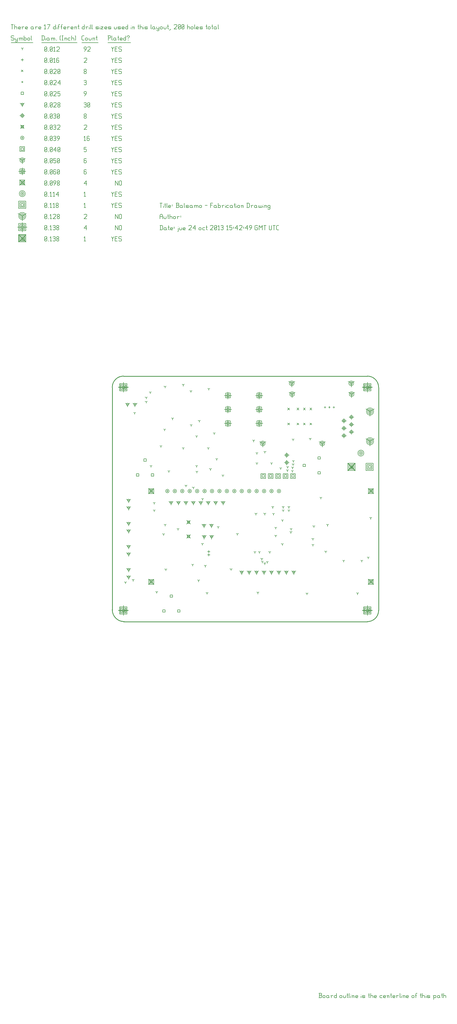
<source format=gbr>
G04 start of page 11 for group -3984 idx -3984 *
G04 Title: Balsamo, fab *
G04 Creator: pcb 1.99z *
G04 CreationDate: jue 24 oct 2013 15:42:49 GMT UTC *
G04 For: jalon *
G04 Format: Gerber/RS-274X *
G04 PCB-Dimensions (mil): 10000.00 10000.00 *
G04 PCB-Coordinate-Origin: lower left *
%MOIN*%
%FSLAX25Y25*%
%LNFAB*%
%ADD189C,0.0100*%
%ADD188C,0.0075*%
%ADD187C,0.0060*%
%ADD186R,0.0080X0.0080*%
%ADD185C,0.0001*%
G54D185*G36*
X452791Y709366D02*X462956Y699200D01*
X462391Y698634D01*
X452225Y708800D01*
X452791Y709366D01*
G37*
G36*
X452225Y699200D02*X462391Y709366D01*
X462956Y708800D01*
X452791Y698634D01*
X452225Y699200D01*
G37*
G54D186*X455991Y705600D02*X459191D01*
X455991D02*Y702400D01*
X459191D01*
Y705600D02*Y702400D01*
X454391Y707200D02*X460791D01*
X454391D02*Y700800D01*
X460791D01*
Y707200D02*Y700800D01*
X452791Y708800D02*X462391D01*
X452791D02*Y699200D01*
X462391D01*
Y708800D02*Y699200D01*
X151000Y517400D02*Y504600D01*
X144600Y511000D02*X157400D01*
X149400Y512600D02*X152600D01*
X149400D02*Y509400D01*
X152600D01*
Y512600D02*Y509400D01*
X147800Y514200D02*X154200D01*
X147800D02*Y507800D01*
X154200D01*
Y514200D02*Y507800D01*
X146200Y515800D02*X155800D01*
X146200D02*Y506200D01*
X155800D01*
Y515800D02*Y506200D01*
X479000Y517400D02*Y504600D01*
X472600Y511000D02*X485400D01*
X477400Y512600D02*X480600D01*
X477400D02*Y509400D01*
X480600D01*
Y512600D02*Y509400D01*
X475800Y514200D02*X482200D01*
X475800D02*Y507800D01*
X482200D01*
Y514200D02*Y507800D01*
X474200Y515800D02*X483800D01*
X474200D02*Y506200D01*
X483800D01*
Y515800D02*Y506200D01*
X479000Y817400D02*Y804600D01*
X472600Y811000D02*X485400D01*
X477400Y812600D02*X480600D01*
X477400D02*Y809400D01*
X480600D01*
Y812600D02*Y809400D01*
X475800Y814200D02*X482200D01*
X475800D02*Y807800D01*
X482200D01*
Y814200D02*Y807800D01*
X474200Y815800D02*X483800D01*
X474200D02*Y806200D01*
X483800D01*
Y815800D02*Y806200D01*
X151000Y817400D02*Y804600D01*
X144600Y811000D02*X157400D01*
X149400Y812600D02*X152600D01*
X149400D02*Y809400D01*
X152600D01*
Y812600D02*Y809400D01*
X147800Y814200D02*X154200D01*
X147800D02*Y807800D01*
X154200D01*
Y814200D02*Y807800D01*
X146200Y815800D02*X155800D01*
X146200D02*Y806200D01*
X155800D01*
Y815800D02*Y806200D01*
G54D185*G36*
X10200Y1016616D02*X20366Y1006450D01*
X19800Y1005884D01*
X9634Y1016050D01*
X10200Y1016616D01*
G37*
G36*
X9634Y1006450D02*X19800Y1016616D01*
X20366Y1016050D01*
X10200Y1005884D01*
X9634Y1006450D01*
G37*
G54D186*X13400Y1012850D02*X16600D01*
X13400D02*Y1009650D01*
X16600D01*
Y1012850D02*Y1009650D01*
X11800Y1014450D02*X18200D01*
X11800D02*Y1008050D01*
X18200D01*
Y1014450D02*Y1008050D01*
X10200Y1016050D02*X19800D01*
X10200D02*Y1006450D01*
X19800D01*
Y1016050D02*Y1006450D01*
G54D187*X135000Y1013500D02*X136500Y1010500D01*
X138000Y1013500D01*
X136500Y1010500D02*Y1007500D01*
X139800Y1010800D02*X142050D01*
X139800Y1007500D02*X142800D01*
X139800Y1013500D02*Y1007500D01*
Y1013500D02*X142800D01*
X147600D02*X148350Y1012750D01*
X145350Y1013500D02*X147600D01*
X144600Y1012750D02*X145350Y1013500D01*
X144600Y1012750D02*Y1011250D01*
X145350Y1010500D01*
X147600D01*
X148350Y1009750D01*
Y1008250D01*
X147600Y1007500D02*X148350Y1008250D01*
X145350Y1007500D02*X147600D01*
X144600Y1008250D02*X145350Y1007500D01*
X98000Y1012300D02*X99200Y1013500D01*
Y1007500D01*
X98000D02*X100250D01*
X15000Y1032650D02*Y1019850D01*
X8600Y1026250D02*X21400D01*
X13400Y1027850D02*X16600D01*
X13400D02*Y1024650D01*
X16600D01*
Y1027850D02*Y1024650D01*
X11800Y1029450D02*X18200D01*
X11800D02*Y1023050D01*
X18200D01*
Y1029450D02*Y1023050D01*
X10200Y1031050D02*X19800D01*
X10200D02*Y1021450D01*
X19800D01*
Y1031050D02*Y1021450D01*
X140000Y1028500D02*Y1022500D01*
Y1028500D02*X143750Y1022500D01*
Y1028500D02*Y1022500D01*
X145550Y1027750D02*Y1023250D01*
Y1027750D02*X146300Y1028500D01*
X147800D01*
X148550Y1027750D01*
Y1023250D01*
X147800Y1022500D02*X148550Y1023250D01*
X146300Y1022500D02*X147800D01*
X145550Y1023250D02*X146300Y1022500D01*
X98000Y1024750D02*X101000Y1028500D01*
X98000Y1024750D02*X101750D01*
X101000Y1028500D02*Y1022500D01*
X45000Y1023250D02*X45750Y1022500D01*
X45000Y1027750D02*Y1023250D01*
Y1027750D02*X45750Y1028500D01*
X47250D01*
X48000Y1027750D01*
Y1023250D01*
X47250Y1022500D02*X48000Y1023250D01*
X45750Y1022500D02*X47250D01*
X45000Y1024000D02*X48000Y1027000D01*
X49800Y1022500D02*X50550D01*
X52350Y1027300D02*X53550Y1028500D01*
Y1022500D01*
X52350D02*X54600D01*
X56400Y1027750D02*X57150Y1028500D01*
X58650D01*
X59400Y1027750D01*
X58650Y1022500D02*X59400Y1023250D01*
X57150Y1022500D02*X58650D01*
X56400Y1023250D02*X57150Y1022500D01*
Y1025800D02*X58650D01*
X59400Y1027750D02*Y1026550D01*
Y1025050D02*Y1023250D01*
Y1025050D02*X58650Y1025800D01*
X59400Y1026550D02*X58650Y1025800D01*
X61200Y1023250D02*X61950Y1022500D01*
X61200Y1024450D02*Y1023250D01*
Y1024450D02*X62250Y1025500D01*
X63150D01*
X64200Y1024450D01*
Y1023250D01*
X63450Y1022500D02*X64200Y1023250D01*
X61950Y1022500D02*X63450D01*
X61200Y1026550D02*X62250Y1025500D01*
X61200Y1027750D02*Y1026550D01*
Y1027750D02*X61950Y1028500D01*
X63450D01*
X64200Y1027750D01*
Y1026550D01*
X63150Y1025500D02*X64200Y1026550D01*
X45000Y1008250D02*X45750Y1007500D01*
X45000Y1012750D02*Y1008250D01*
Y1012750D02*X45750Y1013500D01*
X47250D01*
X48000Y1012750D01*
Y1008250D01*
X47250Y1007500D02*X48000Y1008250D01*
X45750Y1007500D02*X47250D01*
X45000Y1009000D02*X48000Y1012000D01*
X49800Y1007500D02*X50550D01*
X52350Y1012300D02*X53550Y1013500D01*
Y1007500D01*
X52350D02*X54600D01*
X56400Y1012750D02*X57150Y1013500D01*
X58650D01*
X59400Y1012750D01*
X58650Y1007500D02*X59400Y1008250D01*
X57150Y1007500D02*X58650D01*
X56400Y1008250D02*X57150Y1007500D01*
Y1010800D02*X58650D01*
X59400Y1012750D02*Y1011550D01*
Y1010050D02*Y1008250D01*
Y1010050D02*X58650Y1010800D01*
X59400Y1011550D02*X58650Y1010800D01*
X61200Y1008250D02*X61950Y1007500D01*
X61200Y1009450D02*Y1008250D01*
Y1009450D02*X62250Y1010500D01*
X63150D01*
X64200Y1009450D01*
Y1008250D01*
X63450Y1007500D02*X64200Y1008250D01*
X61950Y1007500D02*X63450D01*
X61200Y1011550D02*X62250Y1010500D01*
X61200Y1012750D02*Y1011550D01*
Y1012750D02*X61950Y1013500D01*
X63450D01*
X64200Y1012750D01*
Y1011550D01*
X63150Y1010500D02*X64200Y1011550D01*
X482500Y738500D02*Y732100D01*
Y738500D02*X488047Y741700D01*
X482500Y738500D02*X476953Y741700D01*
X480900Y738500D02*G75*G03X484100Y738500I1600J0D01*G01*
G75*G03X480900Y738500I-1600J0D01*G01*
X479300D02*G75*G03X485700Y738500I3200J0D01*G01*
G75*G03X479300Y738500I-3200J0D01*G01*
X477700D02*G75*G03X487300Y738500I4800J0D01*G01*
G75*G03X477700Y738500I-4800J0D01*G01*
X482500Y778500D02*Y772100D01*
Y778500D02*X488047Y781700D01*
X482500Y778500D02*X476953Y781700D01*
X480900Y778500D02*G75*G03X484100Y778500I1600J0D01*G01*
G75*G03X480900Y778500I-1600J0D01*G01*
X479300D02*G75*G03X485700Y778500I3200J0D01*G01*
G75*G03X479300Y778500I-3200J0D01*G01*
X477700D02*G75*G03X487300Y778500I4800J0D01*G01*
G75*G03X477700Y778500I-4800J0D01*G01*
X15000Y1041250D02*Y1034850D01*
Y1041250D02*X20547Y1044450D01*
X15000Y1041250D02*X9453Y1044450D01*
X13400Y1041250D02*G75*G03X16600Y1041250I1600J0D01*G01*
G75*G03X13400Y1041250I-1600J0D01*G01*
X11800D02*G75*G03X18200Y1041250I3200J0D01*G01*
G75*G03X11800Y1041250I-3200J0D01*G01*
X10200D02*G75*G03X19800Y1041250I4800J0D01*G01*
G75*G03X10200Y1041250I-4800J0D01*G01*
X140000Y1043500D02*Y1037500D01*
Y1043500D02*X143750Y1037500D01*
Y1043500D02*Y1037500D01*
X145550Y1042750D02*Y1038250D01*
Y1042750D02*X146300Y1043500D01*
X147800D01*
X148550Y1042750D01*
Y1038250D01*
X147800Y1037500D02*X148550Y1038250D01*
X146300Y1037500D02*X147800D01*
X145550Y1038250D02*X146300Y1037500D01*
X98000Y1042750D02*X98750Y1043500D01*
X101000D01*
X101750Y1042750D01*
Y1041250D01*
X98000Y1037500D02*X101750Y1041250D01*
X98000Y1037500D02*X101750D01*
X45000Y1038250D02*X45750Y1037500D01*
X45000Y1042750D02*Y1038250D01*
Y1042750D02*X45750Y1043500D01*
X47250D01*
X48000Y1042750D01*
Y1038250D01*
X47250Y1037500D02*X48000Y1038250D01*
X45750Y1037500D02*X47250D01*
X45000Y1039000D02*X48000Y1042000D01*
X49800Y1037500D02*X50550D01*
X52350Y1042300D02*X53550Y1043500D01*
Y1037500D01*
X52350D02*X54600D01*
X56400Y1042750D02*X57150Y1043500D01*
X59400D01*
X60150Y1042750D01*
Y1041250D01*
X56400Y1037500D02*X60150Y1041250D01*
X56400Y1037500D02*X60150D01*
X61950Y1038250D02*X62700Y1037500D01*
X61950Y1039450D02*Y1038250D01*
Y1039450D02*X63000Y1040500D01*
X63900D01*
X64950Y1039450D01*
Y1038250D01*
X64200Y1037500D02*X64950Y1038250D01*
X62700Y1037500D02*X64200D01*
X61950Y1041550D02*X63000Y1040500D01*
X61950Y1042750D02*Y1041550D01*
Y1042750D02*X62700Y1043500D01*
X64200D01*
X64950Y1042750D01*
Y1041550D01*
X63900Y1040500D02*X64950Y1041550D01*
X480400Y705600D02*X483600D01*
X480400D02*Y702400D01*
X483600D01*
Y705600D02*Y702400D01*
X478800Y707200D02*X485200D01*
X478800D02*Y700800D01*
X485200D01*
Y707200D02*Y700800D01*
X477200Y708800D02*X486800D01*
X477200D02*Y699200D01*
X486800D01*
Y708800D02*Y699200D01*
X13400Y1057850D02*X16600D01*
X13400D02*Y1054650D01*
X16600D01*
Y1057850D02*Y1054650D01*
X11800Y1059450D02*X18200D01*
X11800D02*Y1053050D01*
X18200D01*
Y1059450D02*Y1053050D01*
X10200Y1061050D02*X19800D01*
X10200D02*Y1051450D01*
X19800D01*
Y1061050D02*Y1051450D01*
X135000Y1058500D02*X136500Y1055500D01*
X138000Y1058500D01*
X136500Y1055500D02*Y1052500D01*
X139800Y1055800D02*X142050D01*
X139800Y1052500D02*X142800D01*
X139800Y1058500D02*Y1052500D01*
Y1058500D02*X142800D01*
X147600D02*X148350Y1057750D01*
X145350Y1058500D02*X147600D01*
X144600Y1057750D02*X145350Y1058500D01*
X144600Y1057750D02*Y1056250D01*
X145350Y1055500D01*
X147600D01*
X148350Y1054750D01*
Y1053250D01*
X147600Y1052500D02*X148350Y1053250D01*
X145350Y1052500D02*X147600D01*
X144600Y1053250D02*X145350Y1052500D01*
X98000Y1057300D02*X99200Y1058500D01*
Y1052500D01*
X98000D02*X100250D01*
X45000Y1053250D02*X45750Y1052500D01*
X45000Y1057750D02*Y1053250D01*
Y1057750D02*X45750Y1058500D01*
X47250D01*
X48000Y1057750D01*
Y1053250D01*
X47250Y1052500D02*X48000Y1053250D01*
X45750Y1052500D02*X47250D01*
X45000Y1054000D02*X48000Y1057000D01*
X49800Y1052500D02*X50550D01*
X52350Y1057300D02*X53550Y1058500D01*
Y1052500D01*
X52350D02*X54600D01*
X56400Y1057300D02*X57600Y1058500D01*
Y1052500D01*
X56400D02*X58650D01*
X60450Y1053250D02*X61200Y1052500D01*
X60450Y1054450D02*Y1053250D01*
Y1054450D02*X61500Y1055500D01*
X62400D01*
X63450Y1054450D01*
Y1053250D01*
X62700Y1052500D02*X63450Y1053250D01*
X61200Y1052500D02*X62700D01*
X60450Y1056550D02*X61500Y1055500D01*
X60450Y1057750D02*Y1056550D01*
Y1057750D02*X61200Y1058500D01*
X62700D01*
X63450Y1057750D01*
Y1056550D01*
X62400Y1055500D02*X63450Y1056550D01*
X469389Y722504D02*G75*G03X470989Y722504I800J0D01*G01*
G75*G03X469389Y722504I-800J0D01*G01*
X467789D02*G75*G03X472589Y722504I2400J0D01*G01*
G75*G03X467789Y722504I-2400J0D01*G01*
X466189D02*G75*G03X474189Y722504I4000J0D01*G01*
G75*G03X466189Y722504I-4000J0D01*G01*
X14200Y1071250D02*G75*G03X15800Y1071250I800J0D01*G01*
G75*G03X14200Y1071250I-800J0D01*G01*
X12600D02*G75*G03X17400Y1071250I2400J0D01*G01*
G75*G03X12600Y1071250I-2400J0D01*G01*
X11000D02*G75*G03X19000Y1071250I4000J0D01*G01*
G75*G03X11000Y1071250I-4000J0D01*G01*
X135000Y1073500D02*X136500Y1070500D01*
X138000Y1073500D01*
X136500Y1070500D02*Y1067500D01*
X139800Y1070800D02*X142050D01*
X139800Y1067500D02*X142800D01*
X139800Y1073500D02*Y1067500D01*
Y1073500D02*X142800D01*
X147600D02*X148350Y1072750D01*
X145350Y1073500D02*X147600D01*
X144600Y1072750D02*X145350Y1073500D01*
X144600Y1072750D02*Y1071250D01*
X145350Y1070500D01*
X147600D01*
X148350Y1069750D01*
Y1068250D01*
X147600Y1067500D02*X148350Y1068250D01*
X145350Y1067500D02*X147600D01*
X144600Y1068250D02*X145350Y1067500D01*
X98000Y1072300D02*X99200Y1073500D01*
Y1067500D01*
X98000D02*X100250D01*
X45000Y1068250D02*X45750Y1067500D01*
X45000Y1072750D02*Y1068250D01*
Y1072750D02*X45750Y1073500D01*
X47250D01*
X48000Y1072750D01*
Y1068250D01*
X47250Y1067500D02*X48000Y1068250D01*
X45750Y1067500D02*X47250D01*
X45000Y1069000D02*X48000Y1072000D01*
X49800Y1067500D02*X50550D01*
X52350Y1072300D02*X53550Y1073500D01*
Y1067500D01*
X52350D02*X54600D01*
X56400Y1072300D02*X57600Y1073500D01*
Y1067500D01*
X56400D02*X58650D01*
X60450Y1069750D02*X63450Y1073500D01*
X60450Y1069750D02*X64200D01*
X63450Y1073500D02*Y1067500D01*
X184804Y675072D02*X192004Y667872D01*
X184804D02*X192004Y675072D01*
X186804Y673072D02*X190004D01*
X186804D02*Y669872D01*
X190004D01*
Y673072D02*Y669872D01*
X185204Y674672D02*X191604D01*
X185204D02*Y668272D01*
X191604D01*
Y674672D02*Y668272D01*
X480080Y675072D02*X487280Y667872D01*
X480080D02*X487280Y675072D01*
X482080Y673072D02*X485280D01*
X482080D02*Y669872D01*
X485280D01*
Y673072D02*Y669872D01*
X480480Y674672D02*X486880D01*
X480480D02*Y668272D01*
X486880D01*
Y674672D02*Y668272D01*
X480080Y553025D02*X487280Y545825D01*
X480080D02*X487280Y553025D01*
X482080Y551025D02*X485280D01*
X482080D02*Y547825D01*
X485280D01*
Y551025D02*Y547825D01*
X480480Y552625D02*X486880D01*
X480480D02*Y546225D01*
X486880D01*
Y552625D02*Y546225D01*
X184804Y553025D02*X192004Y545825D01*
X184804D02*X192004Y553025D01*
X186804Y551025D02*X190004D01*
X186804D02*Y547825D01*
X190004D01*
Y551025D02*Y547825D01*
X185204Y552625D02*X191604D01*
X185204D02*Y546225D01*
X191604D01*
Y552625D02*Y546225D01*
X11400Y1089850D02*X18600Y1082650D01*
X11400D02*X18600Y1089850D01*
X13400Y1087850D02*X16600D01*
X13400D02*Y1084650D01*
X16600D01*
Y1087850D02*Y1084650D01*
X11800Y1089450D02*X18200D01*
X11800D02*Y1083050D01*
X18200D01*
Y1089450D02*Y1083050D01*
X140000Y1088500D02*Y1082500D01*
Y1088500D02*X143750Y1082500D01*
Y1088500D02*Y1082500D01*
X145550Y1087750D02*Y1083250D01*
Y1087750D02*X146300Y1088500D01*
X147800D01*
X148550Y1087750D01*
Y1083250D01*
X147800Y1082500D02*X148550Y1083250D01*
X146300Y1082500D02*X147800D01*
X145550Y1083250D02*X146300Y1082500D01*
X98000Y1084750D02*X101000Y1088500D01*
X98000Y1084750D02*X101750D01*
X101000Y1088500D02*Y1082500D01*
X45000Y1083250D02*X45750Y1082500D01*
X45000Y1087750D02*Y1083250D01*
Y1087750D02*X45750Y1088500D01*
X47250D01*
X48000Y1087750D01*
Y1083250D01*
X47250Y1082500D02*X48000Y1083250D01*
X45750Y1082500D02*X47250D01*
X45000Y1084000D02*X48000Y1087000D01*
X49800Y1082500D02*X50550D01*
X52350Y1083250D02*X53100Y1082500D01*
X52350Y1087750D02*Y1083250D01*
Y1087750D02*X53100Y1088500D01*
X54600D01*
X55350Y1087750D01*
Y1083250D01*
X54600Y1082500D02*X55350Y1083250D01*
X53100Y1082500D02*X54600D01*
X52350Y1084000D02*X55350Y1087000D01*
X57900Y1082500D02*X60150Y1085500D01*
Y1087750D02*Y1085500D01*
X59400Y1088500D02*X60150Y1087750D01*
X57900Y1088500D02*X59400D01*
X57150Y1087750D02*X57900Y1088500D01*
X57150Y1087750D02*Y1086250D01*
X57900Y1085500D01*
X60150D01*
X61950Y1083250D02*X62700Y1082500D01*
X61950Y1084450D02*Y1083250D01*
Y1084450D02*X63000Y1085500D01*
X63900D01*
X64950Y1084450D01*
Y1083250D01*
X64200Y1082500D02*X64950Y1083250D01*
X62700Y1082500D02*X64200D01*
X61950Y1086550D02*X63000Y1085500D01*
X61950Y1087750D02*Y1086550D01*
Y1087750D02*X62700Y1088500D01*
X64200D01*
X64950Y1087750D01*
Y1086550D01*
X63900Y1085500D02*X64950Y1086550D01*
X291551Y767342D02*Y757742D01*
X286751Y762542D02*X296351D01*
X289951Y764142D02*X293151D01*
X289951D02*Y760942D01*
X293151D01*
Y764142D02*Y760942D01*
X288351Y765742D02*X294751D01*
X288351D02*Y759342D01*
X294751D01*
Y765742D02*Y759342D01*
X291551Y786042D02*Y776442D01*
X286751Y781242D02*X296351D01*
X289951Y782842D02*X293151D01*
X289951D02*Y779642D01*
X293151D01*
Y782842D02*Y779642D01*
X288351Y784442D02*X294751D01*
X288351D02*Y778042D01*
X294751D01*
Y784442D02*Y778042D01*
X291551Y804742D02*Y795142D01*
X286751Y799942D02*X296351D01*
X289951Y801542D02*X293151D01*
X289951D02*Y798342D01*
X293151D01*
Y801542D02*Y798342D01*
X288351Y803142D02*X294751D01*
X288351D02*Y796742D01*
X294751D01*
Y803142D02*Y796742D01*
X333551Y804742D02*Y795142D01*
X328751Y799942D02*X338351D01*
X331951Y801542D02*X335151D01*
X331951D02*Y798342D01*
X335151D01*
Y801542D02*Y798342D01*
X330351Y803142D02*X336751D01*
X330351D02*Y796742D01*
X336751D01*
Y803142D02*Y796742D01*
X333551Y786042D02*Y776442D01*
X328751Y781242D02*X338351D01*
X331951Y782842D02*X335151D01*
X331951D02*Y779642D01*
X335151D01*
Y782842D02*Y779642D01*
X330351Y784442D02*X336751D01*
X330351D02*Y778042D01*
X336751D01*
Y784442D02*Y778042D01*
X333551Y767342D02*Y757742D01*
X328751Y762542D02*X338351D01*
X331951Y764142D02*X335151D01*
X331951D02*Y760942D01*
X335151D01*
Y764142D02*Y760942D01*
X330351Y765742D02*X336751D01*
X330351D02*Y759342D01*
X336751D01*
Y765742D02*Y759342D01*
X15000Y1106050D02*Y1096450D01*
X10200Y1101250D02*X19800D01*
X13400Y1102850D02*X16600D01*
X13400D02*Y1099650D01*
X16600D01*
Y1102850D02*Y1099650D01*
X11800Y1104450D02*X18200D01*
X11800D02*Y1098050D01*
X18200D01*
Y1104450D02*Y1098050D01*
X135000Y1103500D02*X136500Y1100500D01*
X138000Y1103500D01*
X136500Y1100500D02*Y1097500D01*
X139800Y1100800D02*X142050D01*
X139800Y1097500D02*X142800D01*
X139800Y1103500D02*Y1097500D01*
Y1103500D02*X142800D01*
X147600D02*X148350Y1102750D01*
X145350Y1103500D02*X147600D01*
X144600Y1102750D02*X145350Y1103500D01*
X144600Y1102750D02*Y1101250D01*
X145350Y1100500D01*
X147600D01*
X148350Y1099750D01*
Y1098250D01*
X147600Y1097500D02*X148350Y1098250D01*
X145350Y1097500D02*X147600D01*
X144600Y1098250D02*X145350Y1097500D01*
X100250Y1103500D02*X101000Y1102750D01*
X98750Y1103500D02*X100250D01*
X98000Y1102750D02*X98750Y1103500D01*
X98000Y1102750D02*Y1098250D01*
X98750Y1097500D01*
X100250Y1100800D02*X101000Y1100050D01*
X98000Y1100800D02*X100250D01*
X98750Y1097500D02*X100250D01*
X101000Y1098250D01*
Y1100050D02*Y1098250D01*
X45000D02*X45750Y1097500D01*
X45000Y1102750D02*Y1098250D01*
Y1102750D02*X45750Y1103500D01*
X47250D01*
X48000Y1102750D01*
Y1098250D01*
X47250Y1097500D02*X48000Y1098250D01*
X45750Y1097500D02*X47250D01*
X45000Y1099000D02*X48000Y1102000D01*
X49800Y1097500D02*X50550D01*
X52350Y1098250D02*X53100Y1097500D01*
X52350Y1102750D02*Y1098250D01*
Y1102750D02*X53100Y1103500D01*
X54600D01*
X55350Y1102750D01*
Y1098250D01*
X54600Y1097500D02*X55350Y1098250D01*
X53100Y1097500D02*X54600D01*
X52350Y1099000D02*X55350Y1102000D01*
X59400Y1103500D02*X60150Y1102750D01*
X57900Y1103500D02*X59400D01*
X57150Y1102750D02*X57900Y1103500D01*
X57150Y1102750D02*Y1098250D01*
X57900Y1097500D01*
X59400Y1100800D02*X60150Y1100050D01*
X57150Y1100800D02*X59400D01*
X57900Y1097500D02*X59400D01*
X60150Y1098250D01*
Y1100050D02*Y1098250D01*
X61950D02*X62700Y1097500D01*
X61950Y1102750D02*Y1098250D01*
Y1102750D02*X62700Y1103500D01*
X64200D01*
X64950Y1102750D01*
Y1098250D01*
X64200Y1097500D02*X64950Y1098250D01*
X62700Y1097500D02*X64200D01*
X61950Y1099000D02*X64950Y1102000D01*
X457738Y801851D02*Y797051D01*
Y801851D02*X461898Y804251D01*
X457738Y801851D02*X453578Y804251D01*
X456138Y801851D02*G75*G03X459338Y801851I1600J0D01*G01*
G75*G03X456138Y801851I-1600J0D01*G01*
X454538D02*G75*G03X460938Y801851I3200J0D01*G01*
G75*G03X454538Y801851I-3200J0D01*G01*
X377738D02*Y797051D01*
Y801851D02*X381898Y804251D01*
X377738Y801851D02*X373578Y804251D01*
X376138Y801851D02*G75*G03X379338Y801851I1600J0D01*G01*
G75*G03X376138Y801851I-1600J0D01*G01*
X374538D02*G75*G03X380938Y801851I3200J0D01*G01*
G75*G03X374538Y801851I-3200J0D01*G01*
X457238Y816351D02*Y811551D01*
Y816351D02*X461398Y818751D01*
X457238Y816351D02*X453078Y818751D01*
X455638Y816351D02*G75*G03X458838Y816351I1600J0D01*G01*
G75*G03X455638Y816351I-1600J0D01*G01*
X454038D02*G75*G03X460438Y816351I3200J0D01*G01*
G75*G03X454038Y816351I-3200J0D01*G01*
X377238D02*Y811551D01*
Y816351D02*X381398Y818751D01*
X377238Y816351D02*X373078Y818751D01*
X375638Y816351D02*G75*G03X378838Y816351I1600J0D01*G01*
G75*G03X375638Y816351I-1600J0D01*G01*
X374038D02*G75*G03X380438Y816351I3200J0D01*G01*
G75*G03X374038Y816351I-3200J0D01*G01*
X418258Y735551D02*Y730751D01*
Y735551D02*X422418Y737951D01*
X418258Y735551D02*X414098Y737951D01*
X416658Y735551D02*G75*G03X419858Y735551I1600J0D01*G01*
G75*G03X416658Y735551I-1600J0D01*G01*
X415058D02*G75*G03X421458Y735551I3200J0D01*G01*
G75*G03X415058Y735551I-3200J0D01*G01*
X338258D02*Y730751D01*
Y735551D02*X342418Y737951D01*
X338258Y735551D02*X334098Y737951D01*
X336658Y735551D02*G75*G03X339858Y735551I1600J0D01*G01*
G75*G03X336658Y735551I-1600J0D01*G01*
X335058D02*G75*G03X341458Y735551I3200J0D01*G01*
G75*G03X335058Y735551I-3200J0D01*G01*
X15000Y1116250D02*Y1111450D01*
Y1116250D02*X19160Y1118650D01*
X15000Y1116250D02*X10840Y1118650D01*
X13400Y1116250D02*G75*G03X16600Y1116250I1600J0D01*G01*
G75*G03X13400Y1116250I-1600J0D01*G01*
X11800D02*G75*G03X18200Y1116250I3200J0D01*G01*
G75*G03X11800Y1116250I-3200J0D01*G01*
X135000Y1118500D02*X136500Y1115500D01*
X138000Y1118500D01*
X136500Y1115500D02*Y1112500D01*
X139800Y1115800D02*X142050D01*
X139800Y1112500D02*X142800D01*
X139800Y1118500D02*Y1112500D01*
Y1118500D02*X142800D01*
X147600D02*X148350Y1117750D01*
X145350Y1118500D02*X147600D01*
X144600Y1117750D02*X145350Y1118500D01*
X144600Y1117750D02*Y1116250D01*
X145350Y1115500D01*
X147600D01*
X148350Y1114750D01*
Y1113250D01*
X147600Y1112500D02*X148350Y1113250D01*
X145350Y1112500D02*X147600D01*
X144600Y1113250D02*X145350Y1112500D01*
X100250Y1118500D02*X101000Y1117750D01*
X98750Y1118500D02*X100250D01*
X98000Y1117750D02*X98750Y1118500D01*
X98000Y1117750D02*Y1113250D01*
X98750Y1112500D01*
X100250Y1115800D02*X101000Y1115050D01*
X98000Y1115800D02*X100250D01*
X98750Y1112500D02*X100250D01*
X101000Y1113250D01*
Y1115050D02*Y1113250D01*
X45000D02*X45750Y1112500D01*
X45000Y1117750D02*Y1113250D01*
Y1117750D02*X45750Y1118500D01*
X47250D01*
X48000Y1117750D01*
Y1113250D01*
X47250Y1112500D02*X48000Y1113250D01*
X45750Y1112500D02*X47250D01*
X45000Y1114000D02*X48000Y1117000D01*
X49800Y1112500D02*X50550D01*
X52350Y1113250D02*X53100Y1112500D01*
X52350Y1117750D02*Y1113250D01*
Y1117750D02*X53100Y1118500D01*
X54600D01*
X55350Y1117750D01*
Y1113250D01*
X54600Y1112500D02*X55350Y1113250D01*
X53100Y1112500D02*X54600D01*
X52350Y1114000D02*X55350Y1117000D01*
X57150Y1118500D02*X60150D01*
X57150D02*Y1115500D01*
X57900Y1116250D01*
X59400D01*
X60150Y1115500D01*
Y1113250D01*
X59400Y1112500D02*X60150Y1113250D01*
X57900Y1112500D02*X59400D01*
X57150Y1113250D02*X57900Y1112500D01*
X61950Y1113250D02*X62700Y1112500D01*
X61950Y1117750D02*Y1113250D01*
Y1117750D02*X62700Y1118500D01*
X64200D01*
X64950Y1117750D01*
Y1113250D01*
X64200Y1112500D02*X64950Y1113250D01*
X62700Y1112500D02*X64200D01*
X61950Y1114000D02*X64950Y1117000D01*
X337242Y693349D02*X340442D01*
X337242D02*Y690149D01*
X340442D01*
Y693349D02*Y690149D01*
X335642Y694949D02*X342042D01*
X335642D02*Y688549D01*
X342042D01*
Y694949D02*Y688549D01*
X347242Y693349D02*X350442D01*
X347242D02*Y690149D01*
X350442D01*
Y693349D02*Y690149D01*
X345642Y694949D02*X352042D01*
X345642D02*Y688549D01*
X352042D01*
Y694949D02*Y688549D01*
X357242Y693349D02*X360442D01*
X357242D02*Y690149D01*
X360442D01*
Y693349D02*Y690149D01*
X355642Y694949D02*X362042D01*
X355642D02*Y688549D01*
X362042D01*
Y694949D02*Y688549D01*
X367242Y693349D02*X370442D01*
X367242D02*Y690149D01*
X370442D01*
Y693349D02*Y690149D01*
X365642Y694949D02*X372042D01*
X365642D02*Y688549D01*
X372042D01*
Y694949D02*Y688549D01*
X377242Y693349D02*X380442D01*
X377242D02*Y690149D01*
X380442D01*
Y693349D02*Y690149D01*
X375642Y694949D02*X382042D01*
X375642D02*Y688549D01*
X382042D01*
Y694949D02*Y688549D01*
X13400Y1132850D02*X16600D01*
X13400D02*Y1129650D01*
X16600D01*
Y1132850D02*Y1129650D01*
X11800Y1134450D02*X18200D01*
X11800D02*Y1128050D01*
X18200D01*
Y1134450D02*Y1128050D01*
X135000Y1133500D02*X136500Y1130500D01*
X138000Y1133500D01*
X136500Y1130500D02*Y1127500D01*
X139800Y1130800D02*X142050D01*
X139800Y1127500D02*X142800D01*
X139800Y1133500D02*Y1127500D01*
Y1133500D02*X142800D01*
X147600D02*X148350Y1132750D01*
X145350Y1133500D02*X147600D01*
X144600Y1132750D02*X145350Y1133500D01*
X144600Y1132750D02*Y1131250D01*
X145350Y1130500D01*
X147600D01*
X148350Y1129750D01*
Y1128250D01*
X147600Y1127500D02*X148350Y1128250D01*
X145350Y1127500D02*X147600D01*
X144600Y1128250D02*X145350Y1127500D01*
X98000Y1133500D02*X101000D01*
X98000D02*Y1130500D01*
X98750Y1131250D01*
X100250D01*
X101000Y1130500D01*
Y1128250D01*
X100250Y1127500D02*X101000Y1128250D01*
X98750Y1127500D02*X100250D01*
X98000Y1128250D02*X98750Y1127500D01*
X45000Y1128250D02*X45750Y1127500D01*
X45000Y1132750D02*Y1128250D01*
Y1132750D02*X45750Y1133500D01*
X47250D01*
X48000Y1132750D01*
Y1128250D01*
X47250Y1127500D02*X48000Y1128250D01*
X45750Y1127500D02*X47250D01*
X45000Y1129000D02*X48000Y1132000D01*
X49800Y1127500D02*X50550D01*
X52350Y1128250D02*X53100Y1127500D01*
X52350Y1132750D02*Y1128250D01*
Y1132750D02*X53100Y1133500D01*
X54600D01*
X55350Y1132750D01*
Y1128250D01*
X54600Y1127500D02*X55350Y1128250D01*
X53100Y1127500D02*X54600D01*
X52350Y1129000D02*X55350Y1132000D01*
X57150Y1129750D02*X60150Y1133500D01*
X57150Y1129750D02*X60900D01*
X60150Y1133500D02*Y1127500D01*
X62700Y1128250D02*X63450Y1127500D01*
X62700Y1132750D02*Y1128250D01*
Y1132750D02*X63450Y1133500D01*
X64950D01*
X65700Y1132750D01*
Y1128250D01*
X64950Y1127500D02*X65700Y1128250D01*
X63450Y1127500D02*X64950D01*
X62700Y1129000D02*X65700Y1132000D01*
X209257Y671472D02*G75*G03X210857Y671472I800J0D01*G01*
G75*G03X209257Y671472I-800J0D01*G01*
X207657D02*G75*G03X212457Y671472I2400J0D01*G01*
G75*G03X207657Y671472I-2400J0D01*G01*
X219257D02*G75*G03X220857Y671472I800J0D01*G01*
G75*G03X219257Y671472I-800J0D01*G01*
X217657D02*G75*G03X222457Y671472I2400J0D01*G01*
G75*G03X217657Y671472I-2400J0D01*G01*
X229257D02*G75*G03X230857Y671472I800J0D01*G01*
G75*G03X229257Y671472I-800J0D01*G01*
X227657D02*G75*G03X232457Y671472I2400J0D01*G01*
G75*G03X227657Y671472I-2400J0D01*G01*
X239257D02*G75*G03X240857Y671472I800J0D01*G01*
G75*G03X239257Y671472I-800J0D01*G01*
X237657D02*G75*G03X242457Y671472I2400J0D01*G01*
G75*G03X237657Y671472I-2400J0D01*G01*
X249257D02*G75*G03X250857Y671472I800J0D01*G01*
G75*G03X249257Y671472I-800J0D01*G01*
X247657D02*G75*G03X252457Y671472I2400J0D01*G01*
G75*G03X247657Y671472I-2400J0D01*G01*
X259257D02*G75*G03X260857Y671472I800J0D01*G01*
G75*G03X259257Y671472I-800J0D01*G01*
X257657D02*G75*G03X262457Y671472I2400J0D01*G01*
G75*G03X257657Y671472I-2400J0D01*G01*
X269257D02*G75*G03X270857Y671472I800J0D01*G01*
G75*G03X269257Y671472I-800J0D01*G01*
X267657D02*G75*G03X272457Y671472I2400J0D01*G01*
G75*G03X267657Y671472I-2400J0D01*G01*
X279257D02*G75*G03X280857Y671472I800J0D01*G01*
G75*G03X279257Y671472I-800J0D01*G01*
X277657D02*G75*G03X282457Y671472I2400J0D01*G01*
G75*G03X277657Y671472I-2400J0D01*G01*
X289257D02*G75*G03X290857Y671472I800J0D01*G01*
G75*G03X289257Y671472I-800J0D01*G01*
X287657D02*G75*G03X292457Y671472I2400J0D01*G01*
G75*G03X287657Y671472I-2400J0D01*G01*
X299257D02*G75*G03X300857Y671472I800J0D01*G01*
G75*G03X299257Y671472I-800J0D01*G01*
X297657D02*G75*G03X302457Y671472I2400J0D01*G01*
G75*G03X297657Y671472I-2400J0D01*G01*
X309257D02*G75*G03X310857Y671472I800J0D01*G01*
G75*G03X309257Y671472I-800J0D01*G01*
X307657D02*G75*G03X312457Y671472I2400J0D01*G01*
G75*G03X307657Y671472I-2400J0D01*G01*
X319257D02*G75*G03X320857Y671472I800J0D01*G01*
G75*G03X319257Y671472I-800J0D01*G01*
X317657D02*G75*G03X322457Y671472I2400J0D01*G01*
G75*G03X317657Y671472I-2400J0D01*G01*
X329257D02*G75*G03X330857Y671472I800J0D01*G01*
G75*G03X329257Y671472I-800J0D01*G01*
X327657D02*G75*G03X332457Y671472I2400J0D01*G01*
G75*G03X327657Y671472I-2400J0D01*G01*
X339257D02*G75*G03X340857Y671472I800J0D01*G01*
G75*G03X339257Y671472I-800J0D01*G01*
X337657D02*G75*G03X342457Y671472I2400J0D01*G01*
G75*G03X337657Y671472I-2400J0D01*G01*
X349257D02*G75*G03X350857Y671472I800J0D01*G01*
G75*G03X349257Y671472I-800J0D01*G01*
X347657D02*G75*G03X352457Y671472I2400J0D01*G01*
G75*G03X347657Y671472I-2400J0D01*G01*
X359257D02*G75*G03X360857Y671472I800J0D01*G01*
G75*G03X359257Y671472I-800J0D01*G01*
X357657D02*G75*G03X362457Y671472I2400J0D01*G01*
G75*G03X357657Y671472I-2400J0D01*G01*
X14200Y1146250D02*G75*G03X15800Y1146250I800J0D01*G01*
G75*G03X14200Y1146250I-800J0D01*G01*
X12600D02*G75*G03X17400Y1146250I2400J0D01*G01*
G75*G03X12600Y1146250I-2400J0D01*G01*
X135000Y1148500D02*X136500Y1145500D01*
X138000Y1148500D01*
X136500Y1145500D02*Y1142500D01*
X139800Y1145800D02*X142050D01*
X139800Y1142500D02*X142800D01*
X139800Y1148500D02*Y1142500D01*
Y1148500D02*X142800D01*
X147600D02*X148350Y1147750D01*
X145350Y1148500D02*X147600D01*
X144600Y1147750D02*X145350Y1148500D01*
X144600Y1147750D02*Y1146250D01*
X145350Y1145500D01*
X147600D01*
X148350Y1144750D01*
Y1143250D01*
X147600Y1142500D02*X148350Y1143250D01*
X145350Y1142500D02*X147600D01*
X144600Y1143250D02*X145350Y1142500D01*
X98000Y1147300D02*X99200Y1148500D01*
Y1142500D01*
X98000D02*X100250D01*
X104300Y1148500D02*X105050Y1147750D01*
X102800Y1148500D02*X104300D01*
X102050Y1147750D02*X102800Y1148500D01*
X102050Y1147750D02*Y1143250D01*
X102800Y1142500D01*
X104300Y1145800D02*X105050Y1145050D01*
X102050Y1145800D02*X104300D01*
X102800Y1142500D02*X104300D01*
X105050Y1143250D01*
Y1145050D02*Y1143250D01*
X45000D02*X45750Y1142500D01*
X45000Y1147750D02*Y1143250D01*
Y1147750D02*X45750Y1148500D01*
X47250D01*
X48000Y1147750D01*
Y1143250D01*
X47250Y1142500D02*X48000Y1143250D01*
X45750Y1142500D02*X47250D01*
X45000Y1144000D02*X48000Y1147000D01*
X49800Y1142500D02*X50550D01*
X52350Y1143250D02*X53100Y1142500D01*
X52350Y1147750D02*Y1143250D01*
Y1147750D02*X53100Y1148500D01*
X54600D01*
X55350Y1147750D01*
Y1143250D01*
X54600Y1142500D02*X55350Y1143250D01*
X53100Y1142500D02*X54600D01*
X52350Y1144000D02*X55350Y1147000D01*
X57150Y1147750D02*X57900Y1148500D01*
X59400D01*
X60150Y1147750D01*
X59400Y1142500D02*X60150Y1143250D01*
X57900Y1142500D02*X59400D01*
X57150Y1143250D02*X57900Y1142500D01*
Y1145800D02*X59400D01*
X60150Y1147750D02*Y1146550D01*
Y1145050D02*Y1143250D01*
Y1145050D02*X59400Y1145800D01*
X60150Y1146550D02*X59400Y1145800D01*
X62700Y1142500D02*X64950Y1145500D01*
Y1147750D02*Y1145500D01*
X64200Y1148500D02*X64950Y1147750D01*
X62700Y1148500D02*X64200D01*
X61950Y1147750D02*X62700Y1148500D01*
X61950Y1147750D02*Y1146250D01*
X62700Y1145500D01*
X64950D01*
X236142Y612849D02*X240942Y608049D01*
X236142D02*X240942Y612849D01*
X236942Y612049D02*X240142D01*
X236942D02*Y608849D01*
X240142D01*
Y612049D02*Y608849D01*
X236142Y632049D02*X240942Y627249D01*
X236142D02*X240942Y632049D01*
X236942Y631249D02*X240142D01*
X236942D02*Y628049D01*
X240142D01*
Y631249D02*Y628049D01*
X12600Y1163650D02*X17400Y1158850D01*
X12600D02*X17400Y1163650D01*
X13400Y1162850D02*X16600D01*
X13400D02*Y1159650D01*
X16600D01*
Y1162850D02*Y1159650D01*
X135000Y1163500D02*X136500Y1160500D01*
X138000Y1163500D01*
X136500Y1160500D02*Y1157500D01*
X139800Y1160800D02*X142050D01*
X139800Y1157500D02*X142800D01*
X139800Y1163500D02*Y1157500D01*
Y1163500D02*X142800D01*
X147600D02*X148350Y1162750D01*
X145350Y1163500D02*X147600D01*
X144600Y1162750D02*X145350Y1163500D01*
X144600Y1162750D02*Y1161250D01*
X145350Y1160500D01*
X147600D01*
X148350Y1159750D01*
Y1158250D01*
X147600Y1157500D02*X148350Y1158250D01*
X145350Y1157500D02*X147600D01*
X144600Y1158250D02*X145350Y1157500D01*
X98000Y1162750D02*X98750Y1163500D01*
X101000D01*
X101750Y1162750D01*
Y1161250D01*
X98000Y1157500D02*X101750Y1161250D01*
X98000Y1157500D02*X101750D01*
X45000Y1158250D02*X45750Y1157500D01*
X45000Y1162750D02*Y1158250D01*
Y1162750D02*X45750Y1163500D01*
X47250D01*
X48000Y1162750D01*
Y1158250D01*
X47250Y1157500D02*X48000Y1158250D01*
X45750Y1157500D02*X47250D01*
X45000Y1159000D02*X48000Y1162000D01*
X49800Y1157500D02*X50550D01*
X52350Y1158250D02*X53100Y1157500D01*
X52350Y1162750D02*Y1158250D01*
Y1162750D02*X53100Y1163500D01*
X54600D01*
X55350Y1162750D01*
Y1158250D01*
X54600Y1157500D02*X55350Y1158250D01*
X53100Y1157500D02*X54600D01*
X52350Y1159000D02*X55350Y1162000D01*
X57150Y1162750D02*X57900Y1163500D01*
X59400D01*
X60150Y1162750D01*
X59400Y1157500D02*X60150Y1158250D01*
X57900Y1157500D02*X59400D01*
X57150Y1158250D02*X57900Y1157500D01*
Y1160800D02*X59400D01*
X60150Y1162750D02*Y1161550D01*
Y1160050D02*Y1158250D01*
Y1160050D02*X59400Y1160800D01*
X60150Y1161550D02*X59400Y1160800D01*
X61950Y1162750D02*X62700Y1163500D01*
X64950D01*
X65700Y1162750D01*
Y1161250D01*
X61950Y1157500D02*X65700Y1161250D01*
X61950Y1157500D02*X65700D01*
X447500Y749200D02*Y742800D01*
X444300Y746000D02*X450700D01*
X445900Y747600D02*X449100D01*
X445900D02*Y744400D01*
X449100D01*
Y747600D02*Y744400D01*
X457500Y754200D02*Y747800D01*
X454300Y751000D02*X460700D01*
X455900Y752600D02*X459100D01*
X455900D02*Y749400D01*
X459100D01*
Y752600D02*Y749400D01*
X447500Y759200D02*Y752800D01*
X444300Y756000D02*X450700D01*
X445900Y757600D02*X449100D01*
X445900D02*Y754400D01*
X449100D01*
Y757600D02*Y754400D01*
X457500Y764200D02*Y757800D01*
X454300Y761000D02*X460700D01*
X455900Y762600D02*X459100D01*
X455900D02*Y759400D01*
X459100D01*
Y762600D02*Y759400D01*
X447500Y769200D02*Y762800D01*
X444300Y766000D02*X450700D01*
X445900Y767600D02*X449100D01*
X445900D02*Y764400D01*
X449100D01*
Y767600D02*Y764400D01*
X457500Y774200D02*Y767800D01*
X454300Y771000D02*X460700D01*
X455900Y772600D02*X459100D01*
X455900D02*Y769400D01*
X459100D01*
Y772600D02*Y769400D01*
X370557Y723028D02*Y716628D01*
X367357Y719828D02*X373757D01*
X368957Y721428D02*X372157D01*
X368957D02*Y718228D01*
X372157D01*
Y721428D02*Y718228D01*
X370557Y713028D02*Y706628D01*
X367357Y709828D02*X373757D01*
X368957Y711428D02*X372157D01*
X368957D02*Y708228D01*
X372157D01*
Y711428D02*Y708228D01*
X15000Y1179450D02*Y1173050D01*
X11800Y1176250D02*X18200D01*
X13400Y1177850D02*X16600D01*
X13400D02*Y1174650D01*
X16600D01*
Y1177850D02*Y1174650D01*
X135000Y1178500D02*X136500Y1175500D01*
X138000Y1178500D01*
X136500Y1175500D02*Y1172500D01*
X139800Y1175800D02*X142050D01*
X139800Y1172500D02*X142800D01*
X139800Y1178500D02*Y1172500D01*
Y1178500D02*X142800D01*
X147600D02*X148350Y1177750D01*
X145350Y1178500D02*X147600D01*
X144600Y1177750D02*X145350Y1178500D01*
X144600Y1177750D02*Y1176250D01*
X145350Y1175500D01*
X147600D01*
X148350Y1174750D01*
Y1173250D01*
X147600Y1172500D02*X148350Y1173250D01*
X145350Y1172500D02*X147600D01*
X144600Y1173250D02*X145350Y1172500D01*
X98000Y1173250D02*X98750Y1172500D01*
X98000Y1174450D02*Y1173250D01*
Y1174450D02*X99050Y1175500D01*
X99950D01*
X101000Y1174450D01*
Y1173250D01*
X100250Y1172500D02*X101000Y1173250D01*
X98750Y1172500D02*X100250D01*
X98000Y1176550D02*X99050Y1175500D01*
X98000Y1177750D02*Y1176550D01*
Y1177750D02*X98750Y1178500D01*
X100250D01*
X101000Y1177750D01*
Y1176550D01*
X99950Y1175500D02*X101000Y1176550D01*
X45000Y1173250D02*X45750Y1172500D01*
X45000Y1177750D02*Y1173250D01*
Y1177750D02*X45750Y1178500D01*
X47250D01*
X48000Y1177750D01*
Y1173250D01*
X47250Y1172500D02*X48000Y1173250D01*
X45750Y1172500D02*X47250D01*
X45000Y1174000D02*X48000Y1177000D01*
X49800Y1172500D02*X50550D01*
X52350Y1173250D02*X53100Y1172500D01*
X52350Y1177750D02*Y1173250D01*
Y1177750D02*X53100Y1178500D01*
X54600D01*
X55350Y1177750D01*
Y1173250D01*
X54600Y1172500D02*X55350Y1173250D01*
X53100Y1172500D02*X54600D01*
X52350Y1174000D02*X55350Y1177000D01*
X57150Y1177750D02*X57900Y1178500D01*
X59400D01*
X60150Y1177750D01*
X59400Y1172500D02*X60150Y1173250D01*
X57900Y1172500D02*X59400D01*
X57150Y1173250D02*X57900Y1172500D01*
Y1175800D02*X59400D01*
X60150Y1177750D02*Y1176550D01*
Y1175050D02*Y1173250D01*
Y1175050D02*X59400Y1175800D01*
X60150Y1176550D02*X59400Y1175800D01*
X61950Y1173250D02*X62700Y1172500D01*
X61950Y1177750D02*Y1173250D01*
Y1177750D02*X62700Y1178500D01*
X64200D01*
X64950Y1177750D01*
Y1173250D01*
X64200Y1172500D02*X64950Y1173250D01*
X62700Y1172500D02*X64200D01*
X61950Y1174000D02*X64950Y1177000D01*
X310000Y562500D02*Y559300D01*
Y562500D02*X312773Y564100D01*
X310000Y562500D02*X307227Y564100D01*
X308400Y562500D02*G75*G03X311600Y562500I1600J0D01*G01*
G75*G03X308400Y562500I-1600J0D01*G01*
X320000D02*Y559300D01*
Y562500D02*X322773Y564100D01*
X320000Y562500D02*X317227Y564100D01*
X318400Y562500D02*G75*G03X321600Y562500I1600J0D01*G01*
G75*G03X318400Y562500I-1600J0D01*G01*
X330000D02*Y559300D01*
Y562500D02*X332773Y564100D01*
X330000Y562500D02*X327227Y564100D01*
X328400Y562500D02*G75*G03X331600Y562500I1600J0D01*G01*
G75*G03X328400Y562500I-1600J0D01*G01*
X340000D02*Y559300D01*
Y562500D02*X342773Y564100D01*
X340000Y562500D02*X337227Y564100D01*
X338400Y562500D02*G75*G03X341600Y562500I1600J0D01*G01*
G75*G03X338400Y562500I-1600J0D01*G01*
X350000D02*Y559300D01*
Y562500D02*X352773Y564100D01*
X350000Y562500D02*X347227Y564100D01*
X348400Y562500D02*G75*G03X351600Y562500I1600J0D01*G01*
G75*G03X348400Y562500I-1600J0D01*G01*
X360000D02*Y559300D01*
Y562500D02*X362773Y564100D01*
X360000Y562500D02*X357227Y564100D01*
X358400Y562500D02*G75*G03X361600Y562500I1600J0D01*G01*
G75*G03X358400Y562500I-1600J0D01*G01*
X370000D02*Y559300D01*
Y562500D02*X372773Y564100D01*
X370000Y562500D02*X367227Y564100D01*
X368400Y562500D02*G75*G03X371600Y562500I1600J0D01*G01*
G75*G03X368400Y562500I-1600J0D01*G01*
X380000D02*Y559300D01*
Y562500D02*X382773Y564100D01*
X380000Y562500D02*X377227Y564100D01*
X378400Y562500D02*G75*G03X381600Y562500I1600J0D01*G01*
G75*G03X378400Y562500I-1600J0D01*G01*
X156500Y788000D02*Y784800D01*
Y788000D02*X159273Y789600D01*
X156500Y788000D02*X153727Y789600D01*
X154900Y788000D02*G75*G03X158100Y788000I1600J0D01*G01*
G75*G03X154900Y788000I-1600J0D01*G01*
X166500D02*Y784800D01*
Y788000D02*X169273Y789600D01*
X166500Y788000D02*X163727Y789600D01*
X164900Y788000D02*G75*G03X168100Y788000I1600J0D01*G01*
G75*G03X164900Y788000I-1600J0D01*G01*
X158000Y587000D02*Y583800D01*
Y587000D02*X160773Y588600D01*
X158000Y587000D02*X155227Y588600D01*
X156400Y587000D02*G75*G03X159600Y587000I1600J0D01*G01*
G75*G03X156400Y587000I-1600J0D01*G01*
X158000Y597000D02*Y593800D01*
Y597000D02*X160773Y598600D01*
X158000Y597000D02*X155227Y598600D01*
X156400Y597000D02*G75*G03X159600Y597000I1600J0D01*G01*
G75*G03X156400Y597000I-1600J0D01*G01*
X158000Y556000D02*Y552800D01*
Y556000D02*X160773Y557600D01*
X158000Y556000D02*X155227Y557600D01*
X156400Y556000D02*G75*G03X159600Y556000I1600J0D01*G01*
G75*G03X156400Y556000I-1600J0D01*G01*
X158000Y566000D02*Y562800D01*
Y566000D02*X160773Y567600D01*
X158000Y566000D02*X155227Y567600D01*
X156400Y566000D02*G75*G03X159600Y566000I1600J0D01*G01*
G75*G03X156400Y566000I-1600J0D01*G01*
X158000Y618000D02*Y614800D01*
Y618000D02*X160773Y619600D01*
X158000Y618000D02*X155227Y619600D01*
X156400Y618000D02*G75*G03X159600Y618000I1600J0D01*G01*
G75*G03X156400Y618000I-1600J0D01*G01*
X158000Y628000D02*Y624800D01*
Y628000D02*X160773Y629600D01*
X158000Y628000D02*X155227Y629600D01*
X156400Y628000D02*G75*G03X159600Y628000I1600J0D01*G01*
G75*G03X156400Y628000I-1600J0D01*G01*
X158000Y649000D02*Y645800D01*
Y649000D02*X160773Y650600D01*
X158000Y649000D02*X155227Y650600D01*
X156400Y649000D02*G75*G03X159600Y649000I1600J0D01*G01*
G75*G03X156400Y649000I-1600J0D01*G01*
X158000Y659000D02*Y655800D01*
Y659000D02*X160773Y660600D01*
X158000Y659000D02*X155227Y660600D01*
X156400Y659000D02*G75*G03X159600Y659000I1600J0D01*G01*
G75*G03X156400Y659000I-1600J0D01*G01*
X259542Y610149D02*Y606949D01*
Y610149D02*X262315Y611749D01*
X259542Y610149D02*X256768Y611749D01*
X257942Y610149D02*G75*G03X261142Y610149I1600J0D01*G01*
G75*G03X257942Y610149I-1600J0D01*G01*
X269542D02*Y606949D01*
Y610149D02*X272315Y611749D01*
X269542Y610149D02*X266768Y611749D01*
X267942Y610149D02*G75*G03X271142Y610149I1600J0D01*G01*
G75*G03X267942Y610149I-1600J0D01*G01*
X269342Y625349D02*Y622149D01*
Y625349D02*X272115Y626949D01*
X269342Y625349D02*X266568Y626949D01*
X267742Y625349D02*G75*G03X270942Y625349I1600J0D01*G01*
G75*G03X267742Y625349I-1600J0D01*G01*
X259342D02*Y622149D01*
Y625349D02*X262115Y626949D01*
X259342Y625349D02*X256568Y626949D01*
X257742Y625349D02*G75*G03X260942Y625349I1600J0D01*G01*
G75*G03X257742Y625349I-1600J0D01*G01*
X215000Y656000D02*Y652800D01*
Y656000D02*X217773Y657600D01*
X215000Y656000D02*X212227Y657600D01*
X213400Y656000D02*G75*G03X216600Y656000I1600J0D01*G01*
G75*G03X213400Y656000I-1600J0D01*G01*
X225000D02*Y652800D01*
Y656000D02*X227773Y657600D01*
X225000Y656000D02*X222227Y657600D01*
X223400Y656000D02*G75*G03X226600Y656000I1600J0D01*G01*
G75*G03X223400Y656000I-1600J0D01*G01*
X235000D02*Y652800D01*
Y656000D02*X237773Y657600D01*
X235000Y656000D02*X232227Y657600D01*
X233400Y656000D02*G75*G03X236600Y656000I1600J0D01*G01*
G75*G03X233400Y656000I-1600J0D01*G01*
X245000D02*Y652800D01*
Y656000D02*X247773Y657600D01*
X245000Y656000D02*X242227Y657600D01*
X243400Y656000D02*G75*G03X246600Y656000I1600J0D01*G01*
G75*G03X243400Y656000I-1600J0D01*G01*
X255000D02*Y652800D01*
Y656000D02*X257773Y657600D01*
X255000Y656000D02*X252227Y657600D01*
X253400Y656000D02*G75*G03X256600Y656000I1600J0D01*G01*
G75*G03X253400Y656000I-1600J0D01*G01*
X265000D02*Y652800D01*
Y656000D02*X267773Y657600D01*
X265000Y656000D02*X262227Y657600D01*
X263400Y656000D02*G75*G03X266600Y656000I1600J0D01*G01*
G75*G03X263400Y656000I-1600J0D01*G01*
X285000D02*Y652800D01*
Y656000D02*X287773Y657600D01*
X285000Y656000D02*X282227Y657600D01*
X283400Y656000D02*G75*G03X286600Y656000I1600J0D01*G01*
G75*G03X283400Y656000I-1600J0D01*G01*
X275000D02*Y652800D01*
Y656000D02*X277773Y657600D01*
X275000Y656000D02*X272227Y657600D01*
X273400Y656000D02*G75*G03X276600Y656000I1600J0D01*G01*
G75*G03X273400Y656000I-1600J0D01*G01*
X15000Y1191250D02*Y1188050D01*
Y1191250D02*X17773Y1192850D01*
X15000Y1191250D02*X12227Y1192850D01*
X13400Y1191250D02*G75*G03X16600Y1191250I1600J0D01*G01*
G75*G03X13400Y1191250I-1600J0D01*G01*
X135000Y1193500D02*X136500Y1190500D01*
X138000Y1193500D01*
X136500Y1190500D02*Y1187500D01*
X139800Y1190800D02*X142050D01*
X139800Y1187500D02*X142800D01*
X139800Y1193500D02*Y1187500D01*
Y1193500D02*X142800D01*
X147600D02*X148350Y1192750D01*
X145350Y1193500D02*X147600D01*
X144600Y1192750D02*X145350Y1193500D01*
X144600Y1192750D02*Y1191250D01*
X145350Y1190500D01*
X147600D01*
X148350Y1189750D01*
Y1188250D01*
X147600Y1187500D02*X148350Y1188250D01*
X145350Y1187500D02*X147600D01*
X144600Y1188250D02*X145350Y1187500D01*
X98000Y1192750D02*X98750Y1193500D01*
X100250D01*
X101000Y1192750D01*
X100250Y1187500D02*X101000Y1188250D01*
X98750Y1187500D02*X100250D01*
X98000Y1188250D02*X98750Y1187500D01*
Y1190800D02*X100250D01*
X101000Y1192750D02*Y1191550D01*
Y1190050D02*Y1188250D01*
Y1190050D02*X100250Y1190800D01*
X101000Y1191550D02*X100250Y1190800D01*
X102800Y1188250D02*X103550Y1187500D01*
X102800Y1192750D02*Y1188250D01*
Y1192750D02*X103550Y1193500D01*
X105050D01*
X105800Y1192750D01*
Y1188250D01*
X105050Y1187500D02*X105800Y1188250D01*
X103550Y1187500D02*X105050D01*
X102800Y1189000D02*X105800Y1192000D01*
X45000Y1188250D02*X45750Y1187500D01*
X45000Y1192750D02*Y1188250D01*
Y1192750D02*X45750Y1193500D01*
X47250D01*
X48000Y1192750D01*
Y1188250D01*
X47250Y1187500D02*X48000Y1188250D01*
X45750Y1187500D02*X47250D01*
X45000Y1189000D02*X48000Y1192000D01*
X49800Y1187500D02*X50550D01*
X52350Y1188250D02*X53100Y1187500D01*
X52350Y1192750D02*Y1188250D01*
Y1192750D02*X53100Y1193500D01*
X54600D01*
X55350Y1192750D01*
Y1188250D01*
X54600Y1187500D02*X55350Y1188250D01*
X53100Y1187500D02*X54600D01*
X52350Y1189000D02*X55350Y1192000D01*
X57150Y1192750D02*X57900Y1193500D01*
X60150D01*
X60900Y1192750D01*
Y1191250D01*
X57150Y1187500D02*X60900Y1191250D01*
X57150Y1187500D02*X60900D01*
X62700Y1188250D02*X63450Y1187500D01*
X62700Y1189450D02*Y1188250D01*
Y1189450D02*X63750Y1190500D01*
X64650D01*
X65700Y1189450D01*
Y1188250D01*
X64950Y1187500D02*X65700Y1188250D01*
X63450Y1187500D02*X64950D01*
X62700Y1191550D02*X63750Y1190500D01*
X62700Y1192750D02*Y1191550D01*
Y1192750D02*X63450Y1193500D01*
X64950D01*
X65700Y1192750D01*
Y1191550D01*
X64650Y1190500D02*X65700Y1191550D01*
X412400Y697600D02*X415600D01*
X412400D02*Y694400D01*
X415600D01*
Y697600D02*Y694400D01*
X392400Y707600D02*X395600D01*
X392400D02*Y704400D01*
X395600D01*
Y707600D02*Y704400D01*
X412400Y717600D02*X415600D01*
X412400D02*Y714400D01*
X415600D01*
Y717600D02*Y714400D01*
X168458Y694851D02*X171658D01*
X168458D02*Y691651D01*
X171658D01*
Y694851D02*Y691651D01*
X188458Y694851D02*X191658D01*
X188458D02*Y691651D01*
X191658D01*
Y694851D02*Y691651D01*
X178458Y714851D02*X181658D01*
X178458D02*Y711651D01*
X181658D01*
Y714851D02*Y711651D01*
X223900Y511900D02*X227100D01*
X223900D02*Y508700D01*
X227100D01*
Y511900D02*Y508700D01*
X203900Y511900D02*X207100D01*
X203900D02*Y508700D01*
X207100D01*
Y511900D02*Y508700D01*
X213900Y531900D02*X217100D01*
X213900D02*Y528700D01*
X217100D01*
Y531900D02*Y528700D01*
X13400Y1207850D02*X16600D01*
X13400D02*Y1204650D01*
X16600D01*
Y1207850D02*Y1204650D01*
X135000Y1208500D02*X136500Y1205500D01*
X138000Y1208500D01*
X136500Y1205500D02*Y1202500D01*
X139800Y1205800D02*X142050D01*
X139800Y1202500D02*X142800D01*
X139800Y1208500D02*Y1202500D01*
Y1208500D02*X142800D01*
X147600D02*X148350Y1207750D01*
X145350Y1208500D02*X147600D01*
X144600Y1207750D02*X145350Y1208500D01*
X144600Y1207750D02*Y1206250D01*
X145350Y1205500D01*
X147600D01*
X148350Y1204750D01*
Y1203250D01*
X147600Y1202500D02*X148350Y1203250D01*
X145350Y1202500D02*X147600D01*
X144600Y1203250D02*X145350Y1202500D01*
X98750D02*X101000Y1205500D01*
Y1207750D02*Y1205500D01*
X100250Y1208500D02*X101000Y1207750D01*
X98750Y1208500D02*X100250D01*
X98000Y1207750D02*X98750Y1208500D01*
X98000Y1207750D02*Y1206250D01*
X98750Y1205500D01*
X101000D01*
X45000Y1203250D02*X45750Y1202500D01*
X45000Y1207750D02*Y1203250D01*
Y1207750D02*X45750Y1208500D01*
X47250D01*
X48000Y1207750D01*
Y1203250D01*
X47250Y1202500D02*X48000Y1203250D01*
X45750Y1202500D02*X47250D01*
X45000Y1204000D02*X48000Y1207000D01*
X49800Y1202500D02*X50550D01*
X52350Y1203250D02*X53100Y1202500D01*
X52350Y1207750D02*Y1203250D01*
Y1207750D02*X53100Y1208500D01*
X54600D01*
X55350Y1207750D01*
Y1203250D01*
X54600Y1202500D02*X55350Y1203250D01*
X53100Y1202500D02*X54600D01*
X52350Y1204000D02*X55350Y1207000D01*
X57150Y1207750D02*X57900Y1208500D01*
X60150D01*
X60900Y1207750D01*
Y1206250D01*
X57150Y1202500D02*X60900Y1206250D01*
X57150Y1202500D02*X60900D01*
X62700Y1208500D02*X65700D01*
X62700D02*Y1205500D01*
X63450Y1206250D01*
X64950D01*
X65700Y1205500D01*
Y1203250D01*
X64950Y1202500D02*X65700Y1203250D01*
X63450Y1202500D02*X64950D01*
X62700Y1203250D02*X63450Y1202500D01*
X421200Y784000D02*G75*G03X422800Y784000I800J0D01*G01*
G75*G03X421200Y784000I-800J0D01*G01*
X427106D02*G75*G03X428706Y784000I800J0D01*G01*
G75*G03X427106Y784000I-800J0D01*G01*
X433011D02*G75*G03X434611Y784000I800J0D01*G01*
G75*G03X433011Y784000I-800J0D01*G01*
X14200Y1221250D02*G75*G03X15800Y1221250I800J0D01*G01*
G75*G03X14200Y1221250I-800J0D01*G01*
X135000Y1223500D02*X136500Y1220500D01*
X138000Y1223500D01*
X136500Y1220500D02*Y1217500D01*
X139800Y1220800D02*X142050D01*
X139800Y1217500D02*X142800D01*
X139800Y1223500D02*Y1217500D01*
Y1223500D02*X142800D01*
X147600D02*X148350Y1222750D01*
X145350Y1223500D02*X147600D01*
X144600Y1222750D02*X145350Y1223500D01*
X144600Y1222750D02*Y1221250D01*
X145350Y1220500D01*
X147600D01*
X148350Y1219750D01*
Y1218250D01*
X147600Y1217500D02*X148350Y1218250D01*
X145350Y1217500D02*X147600D01*
X144600Y1218250D02*X145350Y1217500D01*
X98000Y1222750D02*X98750Y1223500D01*
X100250D01*
X101000Y1222750D01*
X100250Y1217500D02*X101000Y1218250D01*
X98750Y1217500D02*X100250D01*
X98000Y1218250D02*X98750Y1217500D01*
Y1220800D02*X100250D01*
X101000Y1222750D02*Y1221550D01*
Y1220050D02*Y1218250D01*
Y1220050D02*X100250Y1220800D01*
X101000Y1221550D02*X100250Y1220800D01*
X45000Y1218250D02*X45750Y1217500D01*
X45000Y1222750D02*Y1218250D01*
Y1222750D02*X45750Y1223500D01*
X47250D01*
X48000Y1222750D01*
Y1218250D01*
X47250Y1217500D02*X48000Y1218250D01*
X45750Y1217500D02*X47250D01*
X45000Y1219000D02*X48000Y1222000D01*
X49800Y1217500D02*X50550D01*
X52350Y1218250D02*X53100Y1217500D01*
X52350Y1222750D02*Y1218250D01*
Y1222750D02*X53100Y1223500D01*
X54600D01*
X55350Y1222750D01*
Y1218250D01*
X54600Y1217500D02*X55350Y1218250D01*
X53100Y1217500D02*X54600D01*
X52350Y1219000D02*X55350Y1222000D01*
X57150Y1222750D02*X57900Y1223500D01*
X60150D01*
X60900Y1222750D01*
Y1221250D01*
X57150Y1217500D02*X60900Y1221250D01*
X57150Y1217500D02*X60900D01*
X62700Y1219750D02*X65700Y1223500D01*
X62700Y1219750D02*X66450D01*
X65700Y1223500D02*Y1217500D01*
X371839Y762964D02*X374239Y760564D01*
X371839D02*X374239Y762964D01*
X384438D02*X386838Y760564D01*
X384438D02*X386838Y762964D01*
X393099D02*X395499Y760564D01*
X393099D02*X395499Y762964D01*
X401761D02*X404161Y760564D01*
X401761D02*X404161Y762964D01*
X401761Y783043D02*X404161Y780643D01*
X401761D02*X404161Y783043D01*
X393099D02*X395499Y780643D01*
X393099D02*X395499Y783043D01*
X384438D02*X386838Y780643D01*
X384438D02*X386838Y783043D01*
X371839D02*X374239Y780643D01*
X371839D02*X374239Y783043D01*
X13800Y1237450D02*X16200Y1235050D01*
X13800D02*X16200Y1237450D01*
X135000Y1238500D02*X136500Y1235500D01*
X138000Y1238500D01*
X136500Y1235500D02*Y1232500D01*
X139800Y1235800D02*X142050D01*
X139800Y1232500D02*X142800D01*
X139800Y1238500D02*Y1232500D01*
Y1238500D02*X142800D01*
X147600D02*X148350Y1237750D01*
X145350Y1238500D02*X147600D01*
X144600Y1237750D02*X145350Y1238500D01*
X144600Y1237750D02*Y1236250D01*
X145350Y1235500D01*
X147600D01*
X148350Y1234750D01*
Y1233250D01*
X147600Y1232500D02*X148350Y1233250D01*
X145350Y1232500D02*X147600D01*
X144600Y1233250D02*X145350Y1232500D01*
X98000Y1233250D02*X98750Y1232500D01*
X98000Y1234450D02*Y1233250D01*
Y1234450D02*X99050Y1235500D01*
X99950D01*
X101000Y1234450D01*
Y1233250D01*
X100250Y1232500D02*X101000Y1233250D01*
X98750Y1232500D02*X100250D01*
X98000Y1236550D02*X99050Y1235500D01*
X98000Y1237750D02*Y1236550D01*
Y1237750D02*X98750Y1238500D01*
X100250D01*
X101000Y1237750D01*
Y1236550D01*
X99950Y1235500D02*X101000Y1236550D01*
X45000Y1233250D02*X45750Y1232500D01*
X45000Y1237750D02*Y1233250D01*
Y1237750D02*X45750Y1238500D01*
X47250D01*
X48000Y1237750D01*
Y1233250D01*
X47250Y1232500D02*X48000Y1233250D01*
X45750Y1232500D02*X47250D01*
X45000Y1234000D02*X48000Y1237000D01*
X49800Y1232500D02*X50550D01*
X52350Y1233250D02*X53100Y1232500D01*
X52350Y1237750D02*Y1233250D01*
Y1237750D02*X53100Y1238500D01*
X54600D01*
X55350Y1237750D01*
Y1233250D01*
X54600Y1232500D02*X55350Y1233250D01*
X53100Y1232500D02*X54600D01*
X52350Y1234000D02*X55350Y1237000D01*
X57150Y1237750D02*X57900Y1238500D01*
X60150D01*
X60900Y1237750D01*
Y1236250D01*
X57150Y1232500D02*X60900Y1236250D01*
X57150Y1232500D02*X60900D01*
X62700Y1233250D02*X63450Y1232500D01*
X62700Y1237750D02*Y1233250D01*
Y1237750D02*X63450Y1238500D01*
X64950D01*
X65700Y1237750D01*
Y1233250D01*
X64950Y1232500D02*X65700Y1233250D01*
X63450Y1232500D02*X64950D01*
X62700Y1234000D02*X65700Y1237000D01*
X265719Y587455D02*Y584255D01*
X264119Y585855D02*X267319D01*
X265719Y591785D02*Y588585D01*
X264119Y590185D02*X267319D01*
X15000Y1252850D02*Y1249650D01*
X13400Y1251250D02*X16600D01*
X135000Y1253500D02*X136500Y1250500D01*
X138000Y1253500D01*
X136500Y1250500D02*Y1247500D01*
X139800Y1250800D02*X142050D01*
X139800Y1247500D02*X142800D01*
X139800Y1253500D02*Y1247500D01*
Y1253500D02*X142800D01*
X147600D02*X148350Y1252750D01*
X145350Y1253500D02*X147600D01*
X144600Y1252750D02*X145350Y1253500D01*
X144600Y1252750D02*Y1251250D01*
X145350Y1250500D01*
X147600D01*
X148350Y1249750D01*
Y1248250D01*
X147600Y1247500D02*X148350Y1248250D01*
X145350Y1247500D02*X147600D01*
X144600Y1248250D02*X145350Y1247500D01*
X98000Y1252750D02*X98750Y1253500D01*
X101000D01*
X101750Y1252750D01*
Y1251250D01*
X98000Y1247500D02*X101750Y1251250D01*
X98000Y1247500D02*X101750D01*
X45000Y1248250D02*X45750Y1247500D01*
X45000Y1252750D02*Y1248250D01*
Y1252750D02*X45750Y1253500D01*
X47250D01*
X48000Y1252750D01*
Y1248250D01*
X47250Y1247500D02*X48000Y1248250D01*
X45750Y1247500D02*X47250D01*
X45000Y1249000D02*X48000Y1252000D01*
X49800Y1247500D02*X50550D01*
X52350Y1248250D02*X53100Y1247500D01*
X52350Y1252750D02*Y1248250D01*
Y1252750D02*X53100Y1253500D01*
X54600D01*
X55350Y1252750D01*
Y1248250D01*
X54600Y1247500D02*X55350Y1248250D01*
X53100Y1247500D02*X54600D01*
X52350Y1249000D02*X55350Y1252000D01*
X57150Y1252300D02*X58350Y1253500D01*
Y1247500D01*
X57150D02*X59400D01*
X63450Y1253500D02*X64200Y1252750D01*
X61950Y1253500D02*X63450D01*
X61200Y1252750D02*X61950Y1253500D01*
X61200Y1252750D02*Y1248250D01*
X61950Y1247500D01*
X63450Y1250800D02*X64200Y1250050D01*
X61200Y1250800D02*X63450D01*
X61950Y1247500D02*X63450D01*
X64200Y1248250D01*
Y1250050D02*Y1248250D01*
X406915Y624123D02*Y622523D01*
Y624123D02*X408302Y624923D01*
X406915Y624123D02*X405529Y624923D01*
X422915Y590023D02*Y588423D01*
Y590023D02*X424302Y590823D01*
X422915Y590023D02*X421529Y590823D01*
X376315Y620523D02*Y618923D01*
Y620523D02*X377702Y621323D01*
X376315Y620523D02*X374929Y621323D01*
X405592Y607046D02*Y605446D01*
Y607046D02*X406979Y607846D01*
X405592Y607046D02*X404205Y607846D01*
X336915Y580223D02*Y578623D01*
Y580223D02*X338302Y581023D01*
X336915Y580223D02*X335529Y581023D01*
X337815Y576423D02*Y574823D01*
Y576423D02*X339202Y577223D01*
X337815Y576423D02*X336429Y577223D01*
X341015Y574223D02*Y572623D01*
Y574223D02*X342402Y575023D01*
X341015Y574223D02*X339629Y575023D01*
X347615Y589423D02*Y587823D01*
Y589423D02*X349002Y590223D01*
X347615Y589423D02*X346229Y590223D01*
X333815Y589523D02*Y587923D01*
Y589523D02*X335202Y590323D01*
X333815Y589523D02*X332429Y590323D01*
X344515Y576123D02*Y574523D01*
Y576123D02*X345902Y576923D01*
X344515Y576123D02*X343129Y576923D01*
X164115Y551923D02*Y550323D01*
Y551923D02*X165502Y552723D01*
X164115Y551923D02*X162729Y552723D01*
X244015Y572523D02*Y570923D01*
Y572523D02*X245402Y573323D01*
X244015Y572523D02*X242629Y573323D01*
X351715Y649923D02*Y648323D01*
Y649923D02*X353102Y650723D01*
X351715Y649923D02*X350329Y650723D01*
X267906Y700914D02*Y699314D01*
Y700914D02*X269293Y701714D01*
X267906Y700914D02*X266520Y701714D01*
X249815Y697523D02*Y695923D01*
Y697523D02*X251202Y698323D01*
X249815Y697523D02*X248429Y698323D01*
X206415Y754123D02*Y752523D01*
Y754123D02*X207802Y754923D01*
X206415Y754123D02*X205029Y754923D01*
X231515Y729023D02*Y727423D01*
Y729023D02*X232902Y729823D01*
X231515Y729023D02*X230129Y729823D01*
X265815Y808823D02*Y807223D01*
Y808823D02*X267202Y809623D01*
X265815Y808823D02*X264429Y809623D01*
X231415Y814223D02*Y812623D01*
Y814223D02*X232802Y815023D01*
X231415Y814223D02*X230029Y815023D01*
X355715Y622023D02*Y620423D01*
Y622023D02*X357102Y622823D01*
X355715Y622023D02*X354329Y622823D01*
X181615Y791523D02*Y789923D01*
Y791523D02*X183002Y792323D01*
X181615Y791523D02*X180229Y792323D01*
X364615Y600123D02*Y598523D01*
Y600123D02*X366002Y600923D01*
X364615Y600123D02*X363229Y600923D01*
X379015Y740823D02*Y739223D01*
Y740823D02*X380402Y741623D01*
X379015Y740823D02*X377629Y741623D01*
X355715Y611323D02*Y609723D01*
Y611323D02*X357102Y612123D01*
X355715Y611323D02*X354329Y612123D01*
X364815Y632023D02*Y630423D01*
Y632023D02*X366202Y632823D01*
X364815Y632023D02*X363429Y632823D01*
X295615Y566323D02*Y564723D01*
Y566323D02*X297002Y567123D01*
X295615Y566323D02*X294229Y567123D01*
X181615Y797023D02*Y795423D01*
Y797023D02*X183002Y797823D01*
X181615Y797023D02*X180229Y797823D01*
X273115Y749023D02*Y747423D01*
Y749023D02*X274502Y749823D01*
X273115Y749023D02*X271729Y749823D01*
X153715Y548623D02*Y547023D01*
Y548623D02*X155102Y549423D01*
X153715Y548623D02*X152329Y549423D01*
X212115Y698123D02*Y696523D01*
Y698123D02*X213502Y698923D01*
X212115Y698123D02*X210729Y698923D01*
X257315Y660723D02*Y659123D01*
Y660723D02*X258702Y661523D01*
X257315Y660723D02*X255929Y661523D01*
X235015Y678623D02*Y677023D01*
Y678623D02*X236402Y679423D01*
X235015Y678623D02*X233629Y679423D01*
X188015Y705023D02*Y703423D01*
Y705023D02*X189402Y705823D01*
X188015Y705023D02*X186629Y705823D01*
X244915Y676123D02*Y674523D01*
Y676123D02*X246302Y676923D01*
X244915Y676123D02*X243529Y676923D01*
X201315Y731723D02*Y730123D01*
Y731723D02*X202702Y732523D01*
X201315Y731723D02*X199929Y732523D01*
X166015Y776423D02*Y774823D01*
Y776423D02*X167402Y777223D01*
X166015Y776423D02*X164629Y777223D01*
X187015Y804123D02*Y802523D01*
Y804123D02*X188402Y804923D01*
X187015Y804123D02*X185629Y804923D01*
X206915Y811823D02*Y810223D01*
Y811823D02*X208302Y812623D01*
X206915Y811823D02*X205529Y812623D01*
X241715Y805623D02*Y804023D01*
Y805623D02*X243102Y806423D01*
X241715Y805623D02*X240329Y806423D01*
X217015Y768923D02*Y767323D01*
Y768923D02*X218402Y769723D01*
X217015Y768923D02*X215629Y769723D01*
X242015Y760123D02*Y758523D01*
Y760123D02*X243402Y760923D01*
X242015Y760123D02*X240629Y760923D01*
X249315Y745023D02*Y743423D01*
Y745023D02*X250702Y745823D01*
X249315Y745023D02*X247929Y745823D01*
X252915Y765823D02*Y764223D01*
Y765823D02*X254302Y766623D01*
X252915Y765823D02*X251529Y766623D01*
X265015Y729023D02*Y727423D01*
Y729023D02*X266402Y729823D01*
X265015Y729023D02*X263629Y729823D01*
X330515Y708823D02*Y707223D01*
Y708823D02*X331902Y709623D01*
X330515Y708823D02*X329129Y709623D01*
X341215Y724023D02*Y722423D01*
Y724023D02*X342602Y724823D01*
X341215Y724023D02*X339829Y724823D01*
X330315Y722523D02*Y720923D01*
Y722523D02*X331702Y723323D01*
X330315Y722523D02*X328929Y723323D01*
X350015Y708723D02*Y707123D01*
Y708723D02*X351402Y709523D01*
X350015Y708723D02*X348629Y709523D01*
X362515Y702023D02*Y700423D01*
Y702023D02*X363902Y702823D01*
X362515Y702023D02*X361129Y702823D01*
X326015Y739223D02*Y737623D01*
Y739223D02*X327402Y740023D01*
X326015Y739223D02*X324629Y740023D01*
X402015Y741623D02*Y740023D01*
Y741623D02*X403402Y742423D01*
X402015Y741623D02*X400629Y742423D01*
X249415Y705023D02*Y703423D01*
Y705023D02*X250802Y705823D01*
X249415Y705023D02*X248029Y705823D01*
X276415Y714523D02*Y712923D01*
Y714523D02*X277802Y715323D01*
X276415Y714523D02*X275029Y715323D01*
X192515Y655523D02*Y653923D01*
Y655523D02*X193902Y656323D01*
X192515Y655523D02*X191129Y656323D01*
X192515Y645523D02*Y643923D01*
Y645523D02*X193902Y646323D01*
X192515Y645523D02*X191129Y646323D01*
X207115Y626023D02*Y624423D01*
Y626023D02*X208502Y626823D01*
X207115Y626023D02*X205729Y626823D01*
X204915Y613423D02*Y611823D01*
Y613423D02*X206302Y614223D01*
X204915Y613423D02*X203529Y614223D01*
X224515Y620523D02*Y618923D01*
Y620523D02*X225902Y621323D01*
X224515Y620523D02*X223129Y621323D01*
X195715Y535623D02*Y534023D01*
Y535623D02*X197102Y536423D01*
X195715Y535623D02*X194329Y536423D01*
X252015Y551223D02*Y549623D01*
Y551223D02*X253402Y552023D01*
X252015Y551223D02*X250629Y552023D01*
X263415Y534323D02*Y532723D01*
Y534323D02*X264802Y535123D01*
X263415Y534323D02*X262029Y535123D01*
X331715Y534923D02*Y533323D01*
Y534923D02*X333102Y535723D01*
X331715Y534923D02*X330329Y535723D01*
X397715Y533623D02*Y532023D01*
Y533623D02*X399102Y534423D01*
X397715Y533623D02*X396329Y534423D01*
X465715Y533923D02*Y532323D01*
Y533923D02*X467102Y534723D01*
X465715Y533923D02*X464329Y534723D01*
X278515Y623123D02*Y621523D01*
Y623123D02*X279902Y623923D01*
X278515Y623123D02*X277129Y623923D01*
X304215Y613823D02*Y612223D01*
Y613823D02*X305602Y614623D01*
X304215Y613823D02*X302829Y614623D01*
X329215Y640923D02*Y639323D01*
Y640923D02*X330602Y641723D01*
X329215Y640923D02*X327829Y641723D01*
X340915Y640923D02*Y639323D01*
Y640923D02*X342302Y641723D01*
X340915Y640923D02*X339529Y641723D01*
X352715Y640823D02*Y639223D01*
Y640823D02*X354102Y641623D01*
X352715Y640823D02*X351329Y641623D01*
X376215Y616223D02*Y614623D01*
Y616223D02*X377602Y617023D01*
X376215Y616223D02*X374829Y617023D01*
X327815Y589523D02*Y587923D01*
Y589523D02*X329202Y590323D01*
X327815Y589523D02*X326429Y590323D01*
X261015Y570923D02*Y569323D01*
Y570923D02*X262402Y571723D01*
X261015Y570923D02*X259629Y571723D01*
X257215Y600523D02*Y598923D01*
Y600523D02*X258602Y601323D01*
X257215Y600523D02*X255829Y601323D01*
X425515Y625923D02*Y624323D01*
Y625923D02*X426902Y626723D01*
X425515Y625923D02*X424129Y626723D01*
X405815Y599023D02*Y597423D01*
Y599023D02*X407202Y599823D01*
X405815Y599023D02*X404429Y599823D01*
X447115Y577823D02*Y576223D01*
Y577823D02*X448502Y578623D01*
X447115Y577823D02*X445729Y578623D01*
X471515Y577823D02*Y576223D01*
Y577823D02*X472902Y578623D01*
X471515Y577823D02*X470129Y578623D01*
X480015Y582023D02*Y580423D01*
Y582023D02*X481402Y582823D01*
X480015Y582023D02*X478629Y582823D01*
X483515Y635223D02*Y633623D01*
Y635223D02*X484902Y636023D01*
X483515Y635223D02*X482129Y636023D01*
X416415Y662523D02*Y660923D01*
Y662523D02*X417802Y663323D01*
X416415Y662523D02*X415029Y663323D01*
X284815Y692523D02*Y690923D01*
Y692523D02*X286202Y693323D01*
X284815Y692523D02*X283429Y693323D01*
X379415Y711723D02*Y710123D01*
Y711723D02*X380802Y712523D01*
X379415Y711723D02*X378029Y712523D01*
X379015Y707323D02*Y705723D01*
Y707323D02*X380402Y708123D01*
X379015Y707323D02*X377629Y708123D01*
X378515Y702923D02*Y701323D01*
Y702923D02*X379902Y703723D01*
X378515Y702923D02*X377129Y703723D01*
X371815Y703623D02*Y702023D01*
Y703623D02*X373202Y704423D01*
X371815Y703623D02*X370429Y704423D01*
X371315Y699223D02*Y697623D01*
Y699223D02*X372702Y700023D01*
X371315Y699223D02*X369929Y700023D01*
X378115Y698523D02*Y696923D01*
Y698523D02*X379502Y699323D01*
X378115Y698523D02*X376729Y699323D01*
X373315Y649923D02*Y648323D01*
Y649923D02*X374702Y650723D01*
X373315Y649923D02*X371929Y650723D01*
X373315Y645423D02*Y643823D01*
Y645423D02*X374702Y646223D01*
X373315Y645423D02*X371929Y646223D01*
X365815Y649923D02*Y648323D01*
Y649923D02*X367202Y650723D01*
X365815Y649923D02*X364429Y650723D01*
X365815Y645423D02*Y643823D01*
Y645423D02*X367202Y646223D01*
X365815Y645423D02*X364429Y646223D01*
X207915Y566123D02*Y564523D01*
Y566123D02*X209302Y566923D01*
X207915Y566123D02*X206529Y566923D01*
X15000Y1266250D02*Y1264650D01*
Y1266250D02*X16387Y1267050D01*
X15000Y1266250D02*X13613Y1267050D01*
X135000Y1268500D02*X136500Y1265500D01*
X138000Y1268500D01*
X136500Y1265500D02*Y1262500D01*
X139800Y1265800D02*X142050D01*
X139800Y1262500D02*X142800D01*
X139800Y1268500D02*Y1262500D01*
Y1268500D02*X142800D01*
X147600D02*X148350Y1267750D01*
X145350Y1268500D02*X147600D01*
X144600Y1267750D02*X145350Y1268500D01*
X144600Y1267750D02*Y1266250D01*
X145350Y1265500D01*
X147600D01*
X148350Y1264750D01*
Y1263250D01*
X147600Y1262500D02*X148350Y1263250D01*
X145350Y1262500D02*X147600D01*
X144600Y1263250D02*X145350Y1262500D01*
X98750D02*X101000Y1265500D01*
Y1267750D02*Y1265500D01*
X100250Y1268500D02*X101000Y1267750D01*
X98750Y1268500D02*X100250D01*
X98000Y1267750D02*X98750Y1268500D01*
X98000Y1267750D02*Y1266250D01*
X98750Y1265500D01*
X101000D01*
X102800Y1267750D02*X103550Y1268500D01*
X105800D01*
X106550Y1267750D01*
Y1266250D01*
X102800Y1262500D02*X106550Y1266250D01*
X102800Y1262500D02*X106550D01*
X45000Y1263250D02*X45750Y1262500D01*
X45000Y1267750D02*Y1263250D01*
Y1267750D02*X45750Y1268500D01*
X47250D01*
X48000Y1267750D01*
Y1263250D01*
X47250Y1262500D02*X48000Y1263250D01*
X45750Y1262500D02*X47250D01*
X45000Y1264000D02*X48000Y1267000D01*
X49800Y1262500D02*X50550D01*
X52350Y1263250D02*X53100Y1262500D01*
X52350Y1267750D02*Y1263250D01*
Y1267750D02*X53100Y1268500D01*
X54600D01*
X55350Y1267750D01*
Y1263250D01*
X54600Y1262500D02*X55350Y1263250D01*
X53100Y1262500D02*X54600D01*
X52350Y1264000D02*X55350Y1267000D01*
X57150Y1267300D02*X58350Y1268500D01*
Y1262500D01*
X57150D02*X59400D01*
X61200Y1267750D02*X61950Y1268500D01*
X64200D01*
X64950Y1267750D01*
Y1266250D01*
X61200Y1262500D02*X64950Y1266250D01*
X61200Y1262500D02*X64950D01*
X3000Y1283500D02*X3750Y1282750D01*
X750Y1283500D02*X3000D01*
X0Y1282750D02*X750Y1283500D01*
X0Y1282750D02*Y1281250D01*
X750Y1280500D01*
X3000D01*
X3750Y1279750D01*
Y1278250D01*
X3000Y1277500D02*X3750Y1278250D01*
X750Y1277500D02*X3000D01*
X0Y1278250D02*X750Y1277500D01*
X5550Y1280500D02*Y1278250D01*
X6300Y1277500D01*
X8550Y1280500D02*Y1276000D01*
X7800Y1275250D02*X8550Y1276000D01*
X6300Y1275250D02*X7800D01*
X5550Y1276000D02*X6300Y1275250D01*
Y1277500D02*X7800D01*
X8550Y1278250D01*
X11100Y1279750D02*Y1277500D01*
Y1279750D02*X11850Y1280500D01*
X12600D01*
X13350Y1279750D01*
Y1277500D01*
Y1279750D02*X14100Y1280500D01*
X14850D01*
X15600Y1279750D01*
Y1277500D01*
X10350Y1280500D02*X11100Y1279750D01*
X17400Y1283500D02*Y1277500D01*
Y1278250D02*X18150Y1277500D01*
X19650D01*
X20400Y1278250D01*
Y1279750D02*Y1278250D01*
X19650Y1280500D02*X20400Y1279750D01*
X18150Y1280500D02*X19650D01*
X17400Y1279750D02*X18150Y1280500D01*
X22200Y1279750D02*Y1278250D01*
Y1279750D02*X22950Y1280500D01*
X24450D01*
X25200Y1279750D01*
Y1278250D01*
X24450Y1277500D02*X25200Y1278250D01*
X22950Y1277500D02*X24450D01*
X22200Y1278250D02*X22950Y1277500D01*
X27000Y1283500D02*Y1278250D01*
X27750Y1277500D01*
X0Y1274250D02*X29250D01*
X41750Y1283500D02*Y1277500D01*
X43700Y1283500D02*X44750Y1282450D01*
Y1278550D01*
X43700Y1277500D02*X44750Y1278550D01*
X41000Y1277500D02*X43700D01*
X41000Y1283500D02*X43700D01*
G54D188*X46550Y1282000D02*Y1281850D01*
G54D187*Y1279750D02*Y1277500D01*
X50300Y1280500D02*X51050Y1279750D01*
X48800Y1280500D02*X50300D01*
X48050Y1279750D02*X48800Y1280500D01*
X48050Y1279750D02*Y1278250D01*
X48800Y1277500D01*
X51050Y1280500D02*Y1278250D01*
X51800Y1277500D01*
X48800D02*X50300D01*
X51050Y1278250D01*
X54350Y1279750D02*Y1277500D01*
Y1279750D02*X55100Y1280500D01*
X55850D01*
X56600Y1279750D01*
Y1277500D01*
Y1279750D02*X57350Y1280500D01*
X58100D01*
X58850Y1279750D01*
Y1277500D01*
X53600Y1280500D02*X54350Y1279750D01*
X60650Y1277500D02*X61400D01*
X65900Y1278250D02*X66650Y1277500D01*
X65900Y1282750D02*X66650Y1283500D01*
X65900Y1282750D02*Y1278250D01*
X68450Y1283500D02*X69950D01*
X69200D02*Y1277500D01*
X68450D02*X69950D01*
X72500Y1279750D02*Y1277500D01*
Y1279750D02*X73250Y1280500D01*
X74000D01*
X74750Y1279750D01*
Y1277500D01*
X71750Y1280500D02*X72500Y1279750D01*
X77300Y1280500D02*X79550D01*
X76550Y1279750D02*X77300Y1280500D01*
X76550Y1279750D02*Y1278250D01*
X77300Y1277500D01*
X79550D01*
X81350Y1283500D02*Y1277500D01*
Y1279750D02*X82100Y1280500D01*
X83600D01*
X84350Y1279750D01*
Y1277500D01*
X86150Y1283500D02*X86900Y1282750D01*
Y1278250D01*
X86150Y1277500D02*X86900Y1278250D01*
X41000Y1274250D02*X88700D01*
X96050Y1277500D02*X98000D01*
X95000Y1278550D02*X96050Y1277500D01*
X95000Y1282450D02*Y1278550D01*
Y1282450D02*X96050Y1283500D01*
X98000D01*
X99800Y1279750D02*Y1278250D01*
Y1279750D02*X100550Y1280500D01*
X102050D01*
X102800Y1279750D01*
Y1278250D01*
X102050Y1277500D02*X102800Y1278250D01*
X100550Y1277500D02*X102050D01*
X99800Y1278250D02*X100550Y1277500D01*
X104600Y1280500D02*Y1278250D01*
X105350Y1277500D01*
X106850D01*
X107600Y1278250D01*
Y1280500D02*Y1278250D01*
X110150Y1279750D02*Y1277500D01*
Y1279750D02*X110900Y1280500D01*
X111650D01*
X112400Y1279750D01*
Y1277500D01*
X109400Y1280500D02*X110150Y1279750D01*
X114950Y1283500D02*Y1278250D01*
X115700Y1277500D01*
X114200Y1281250D02*X115700D01*
X95000Y1274250D02*X117200D01*
X130750Y1283500D02*Y1277500D01*
X130000Y1283500D02*X133000D01*
X133750Y1282750D01*
Y1281250D01*
X133000Y1280500D02*X133750Y1281250D01*
X130750Y1280500D02*X133000D01*
X135550Y1283500D02*Y1278250D01*
X136300Y1277500D01*
X140050Y1280500D02*X140800Y1279750D01*
X138550Y1280500D02*X140050D01*
X137800Y1279750D02*X138550Y1280500D01*
X137800Y1279750D02*Y1278250D01*
X138550Y1277500D01*
X140800Y1280500D02*Y1278250D01*
X141550Y1277500D01*
X138550D02*X140050D01*
X140800Y1278250D01*
X144100Y1283500D02*Y1278250D01*
X144850Y1277500D01*
X143350Y1281250D02*X144850D01*
X147100Y1277500D02*X149350D01*
X146350Y1278250D02*X147100Y1277500D01*
X146350Y1279750D02*Y1278250D01*
Y1279750D02*X147100Y1280500D01*
X148600D01*
X149350Y1279750D01*
X146350Y1279000D02*X149350D01*
Y1279750D02*Y1279000D01*
X154150Y1283500D02*Y1277500D01*
X153400D02*X154150Y1278250D01*
X151900Y1277500D02*X153400D01*
X151150Y1278250D02*X151900Y1277500D01*
X151150Y1279750D02*Y1278250D01*
Y1279750D02*X151900Y1280500D01*
X153400D01*
X154150Y1279750D01*
X157450Y1280500D02*Y1279750D01*
Y1278250D02*Y1277500D01*
X155950Y1282750D02*Y1282000D01*
Y1282750D02*X156700Y1283500D01*
X158200D01*
X158950Y1282750D01*
Y1282000D01*
X157450Y1280500D02*X158950Y1282000D01*
X130000Y1274250D02*X160750D01*
X0Y1298500D02*X3000D01*
X1500D02*Y1292500D01*
X4800Y1298500D02*Y1292500D01*
Y1294750D02*X5550Y1295500D01*
X7050D01*
X7800Y1294750D01*
Y1292500D01*
X10350D02*X12600D01*
X9600Y1293250D02*X10350Y1292500D01*
X9600Y1294750D02*Y1293250D01*
Y1294750D02*X10350Y1295500D01*
X11850D01*
X12600Y1294750D01*
X9600Y1294000D02*X12600D01*
Y1294750D02*Y1294000D01*
X15150Y1294750D02*Y1292500D01*
Y1294750D02*X15900Y1295500D01*
X17400D01*
X14400D02*X15150Y1294750D01*
X19950Y1292500D02*X22200D01*
X19200Y1293250D02*X19950Y1292500D01*
X19200Y1294750D02*Y1293250D01*
Y1294750D02*X19950Y1295500D01*
X21450D01*
X22200Y1294750D01*
X19200Y1294000D02*X22200D01*
Y1294750D02*Y1294000D01*
X28950Y1295500D02*X29700Y1294750D01*
X27450Y1295500D02*X28950D01*
X26700Y1294750D02*X27450Y1295500D01*
X26700Y1294750D02*Y1293250D01*
X27450Y1292500D01*
X29700Y1295500D02*Y1293250D01*
X30450Y1292500D01*
X27450D02*X28950D01*
X29700Y1293250D01*
X33000Y1294750D02*Y1292500D01*
Y1294750D02*X33750Y1295500D01*
X35250D01*
X32250D02*X33000Y1294750D01*
X37800Y1292500D02*X40050D01*
X37050Y1293250D02*X37800Y1292500D01*
X37050Y1294750D02*Y1293250D01*
Y1294750D02*X37800Y1295500D01*
X39300D01*
X40050Y1294750D01*
X37050Y1294000D02*X40050D01*
Y1294750D02*Y1294000D01*
X44550Y1297300D02*X45750Y1298500D01*
Y1292500D01*
X44550D02*X46800D01*
X49350D02*X52350Y1298500D01*
X48600D02*X52350D01*
X59850D02*Y1292500D01*
X59100D02*X59850Y1293250D01*
X57600Y1292500D02*X59100D01*
X56850Y1293250D02*X57600Y1292500D01*
X56850Y1294750D02*Y1293250D01*
Y1294750D02*X57600Y1295500D01*
X59100D01*
X59850Y1294750D01*
G54D188*X61650Y1297000D02*Y1296850D01*
G54D187*Y1294750D02*Y1292500D01*
X63900Y1297750D02*Y1292500D01*
Y1297750D02*X64650Y1298500D01*
X65400D01*
X63150Y1295500D02*X64650D01*
X67650Y1297750D02*Y1292500D01*
Y1297750D02*X68400Y1298500D01*
X69150D01*
X66900Y1295500D02*X68400D01*
X71400Y1292500D02*X73650D01*
X70650Y1293250D02*X71400Y1292500D01*
X70650Y1294750D02*Y1293250D01*
Y1294750D02*X71400Y1295500D01*
X72900D01*
X73650Y1294750D01*
X70650Y1294000D02*X73650D01*
Y1294750D02*Y1294000D01*
X76200Y1294750D02*Y1292500D01*
Y1294750D02*X76950Y1295500D01*
X78450D01*
X75450D02*X76200Y1294750D01*
X81000Y1292500D02*X83250D01*
X80250Y1293250D02*X81000Y1292500D01*
X80250Y1294750D02*Y1293250D01*
Y1294750D02*X81000Y1295500D01*
X82500D01*
X83250Y1294750D01*
X80250Y1294000D02*X83250D01*
Y1294750D02*Y1294000D01*
X85800Y1294750D02*Y1292500D01*
Y1294750D02*X86550Y1295500D01*
X87300D01*
X88050Y1294750D01*
Y1292500D01*
X85050Y1295500D02*X85800Y1294750D01*
X90600Y1298500D02*Y1293250D01*
X91350Y1292500D01*
X89850Y1296250D02*X91350D01*
X98550Y1298500D02*Y1292500D01*
X97800D02*X98550Y1293250D01*
X96300Y1292500D02*X97800D01*
X95550Y1293250D02*X96300Y1292500D01*
X95550Y1294750D02*Y1293250D01*
Y1294750D02*X96300Y1295500D01*
X97800D01*
X98550Y1294750D01*
X101100D02*Y1292500D01*
Y1294750D02*X101850Y1295500D01*
X103350D01*
X100350D02*X101100Y1294750D01*
G54D188*X105150Y1297000D02*Y1296850D01*
G54D187*Y1294750D02*Y1292500D01*
X106650Y1298500D02*Y1293250D01*
X107400Y1292500D01*
X108900Y1298500D02*Y1293250D01*
X109650Y1292500D01*
X114600D02*X116850D01*
X117600Y1293250D01*
X116850Y1294000D02*X117600Y1293250D01*
X114600Y1294000D02*X116850D01*
X113850Y1294750D02*X114600Y1294000D01*
X113850Y1294750D02*X114600Y1295500D01*
X116850D01*
X117600Y1294750D01*
X113850Y1293250D02*X114600Y1292500D01*
G54D188*X119400Y1297000D02*Y1296850D01*
G54D187*Y1294750D02*Y1292500D01*
X120900Y1295500D02*X123900D01*
X120900Y1292500D02*X123900Y1295500D01*
X120900Y1292500D02*X123900D01*
X126450D02*X128700D01*
X125700Y1293250D02*X126450Y1292500D01*
X125700Y1294750D02*Y1293250D01*
Y1294750D02*X126450Y1295500D01*
X127950D01*
X128700Y1294750D01*
X125700Y1294000D02*X128700D01*
Y1294750D02*Y1294000D01*
X131250Y1292500D02*X133500D01*
X134250Y1293250D01*
X133500Y1294000D02*X134250Y1293250D01*
X131250Y1294000D02*X133500D01*
X130500Y1294750D02*X131250Y1294000D01*
X130500Y1294750D02*X131250Y1295500D01*
X133500D01*
X134250Y1294750D01*
X130500Y1293250D02*X131250Y1292500D01*
X138750Y1295500D02*Y1293250D01*
X139500Y1292500D01*
X141000D01*
X141750Y1293250D01*
Y1295500D02*Y1293250D01*
X144300Y1292500D02*X146550D01*
X147300Y1293250D01*
X146550Y1294000D02*X147300Y1293250D01*
X144300Y1294000D02*X146550D01*
X143550Y1294750D02*X144300Y1294000D01*
X143550Y1294750D02*X144300Y1295500D01*
X146550D01*
X147300Y1294750D01*
X143550Y1293250D02*X144300Y1292500D01*
X149850D02*X152100D01*
X149100Y1293250D02*X149850Y1292500D01*
X149100Y1294750D02*Y1293250D01*
Y1294750D02*X149850Y1295500D01*
X151350D01*
X152100Y1294750D01*
X149100Y1294000D02*X152100D01*
Y1294750D02*Y1294000D01*
X156900Y1298500D02*Y1292500D01*
X156150D02*X156900Y1293250D01*
X154650Y1292500D02*X156150D01*
X153900Y1293250D02*X154650Y1292500D01*
X153900Y1294750D02*Y1293250D01*
Y1294750D02*X154650Y1295500D01*
X156150D01*
X156900Y1294750D01*
G54D188*X161400Y1297000D02*Y1296850D01*
G54D187*Y1294750D02*Y1292500D01*
X163650Y1294750D02*Y1292500D01*
Y1294750D02*X164400Y1295500D01*
X165150D01*
X165900Y1294750D01*
Y1292500D01*
X162900Y1295500D02*X163650Y1294750D01*
X171150Y1298500D02*Y1293250D01*
X171900Y1292500D01*
X170400Y1296250D02*X171900D01*
X173400Y1298500D02*Y1292500D01*
Y1294750D02*X174150Y1295500D01*
X175650D01*
X176400Y1294750D01*
Y1292500D01*
G54D188*X178200Y1297000D02*Y1296850D01*
G54D187*Y1294750D02*Y1292500D01*
X180450D02*X182700D01*
X183450Y1293250D01*
X182700Y1294000D02*X183450Y1293250D01*
X180450Y1294000D02*X182700D01*
X179700Y1294750D02*X180450Y1294000D01*
X179700Y1294750D02*X180450Y1295500D01*
X182700D01*
X183450Y1294750D01*
X179700Y1293250D02*X180450Y1292500D01*
X187950Y1298500D02*Y1293250D01*
X188700Y1292500D01*
X192450Y1295500D02*X193200Y1294750D01*
X190950Y1295500D02*X192450D01*
X190200Y1294750D02*X190950Y1295500D01*
X190200Y1294750D02*Y1293250D01*
X190950Y1292500D01*
X193200Y1295500D02*Y1293250D01*
X193950Y1292500D01*
X190950D02*X192450D01*
X193200Y1293250D01*
X195750Y1295500D02*Y1293250D01*
X196500Y1292500D01*
X198750Y1295500D02*Y1291000D01*
X198000Y1290250D02*X198750Y1291000D01*
X196500Y1290250D02*X198000D01*
X195750Y1291000D02*X196500Y1290250D01*
Y1292500D02*X198000D01*
X198750Y1293250D01*
X200550Y1294750D02*Y1293250D01*
Y1294750D02*X201300Y1295500D01*
X202800D01*
X203550Y1294750D01*
Y1293250D01*
X202800Y1292500D02*X203550Y1293250D01*
X201300Y1292500D02*X202800D01*
X200550Y1293250D02*X201300Y1292500D01*
X205350Y1295500D02*Y1293250D01*
X206100Y1292500D01*
X207600D01*
X208350Y1293250D01*
Y1295500D02*Y1293250D01*
X210900Y1298500D02*Y1293250D01*
X211650Y1292500D01*
X210150Y1296250D02*X211650D01*
X213150Y1291000D02*X214650Y1292500D01*
X219150Y1297750D02*X219900Y1298500D01*
X222150D01*
X222900Y1297750D01*
Y1296250D01*
X219150Y1292500D02*X222900Y1296250D01*
X219150Y1292500D02*X222900D01*
X224700Y1293250D02*X225450Y1292500D01*
X224700Y1297750D02*Y1293250D01*
Y1297750D02*X225450Y1298500D01*
X226950D01*
X227700Y1297750D01*
Y1293250D01*
X226950Y1292500D02*X227700Y1293250D01*
X225450Y1292500D02*X226950D01*
X224700Y1294000D02*X227700Y1297000D01*
X229500Y1293250D02*X230250Y1292500D01*
X229500Y1297750D02*Y1293250D01*
Y1297750D02*X230250Y1298500D01*
X231750D01*
X232500Y1297750D01*
Y1293250D01*
X231750Y1292500D02*X232500Y1293250D01*
X230250Y1292500D02*X231750D01*
X229500Y1294000D02*X232500Y1297000D01*
X237000Y1298500D02*Y1292500D01*
Y1294750D02*X237750Y1295500D01*
X239250D01*
X240000Y1294750D01*
Y1292500D01*
X241800Y1294750D02*Y1293250D01*
Y1294750D02*X242550Y1295500D01*
X244050D01*
X244800Y1294750D01*
Y1293250D01*
X244050Y1292500D02*X244800Y1293250D01*
X242550Y1292500D02*X244050D01*
X241800Y1293250D02*X242550Y1292500D01*
X246600Y1298500D02*Y1293250D01*
X247350Y1292500D01*
X249600D02*X251850D01*
X248850Y1293250D02*X249600Y1292500D01*
X248850Y1294750D02*Y1293250D01*
Y1294750D02*X249600Y1295500D01*
X251100D01*
X251850Y1294750D01*
X248850Y1294000D02*X251850D01*
Y1294750D02*Y1294000D01*
X254400Y1292500D02*X256650D01*
X257400Y1293250D01*
X256650Y1294000D02*X257400Y1293250D01*
X254400Y1294000D02*X256650D01*
X253650Y1294750D02*X254400Y1294000D01*
X253650Y1294750D02*X254400Y1295500D01*
X256650D01*
X257400Y1294750D01*
X253650Y1293250D02*X254400Y1292500D01*
X262650Y1298500D02*Y1293250D01*
X263400Y1292500D01*
X261900Y1296250D02*X263400D01*
X264900Y1294750D02*Y1293250D01*
Y1294750D02*X265650Y1295500D01*
X267150D01*
X267900Y1294750D01*
Y1293250D01*
X267150Y1292500D02*X267900Y1293250D01*
X265650Y1292500D02*X267150D01*
X264900Y1293250D02*X265650Y1292500D01*
X270450Y1298500D02*Y1293250D01*
X271200Y1292500D01*
X269700Y1296250D02*X271200D01*
X274950Y1295500D02*X275700Y1294750D01*
X273450Y1295500D02*X274950D01*
X272700Y1294750D02*X273450Y1295500D01*
X272700Y1294750D02*Y1293250D01*
X273450Y1292500D01*
X275700Y1295500D02*Y1293250D01*
X276450Y1292500D01*
X273450D02*X274950D01*
X275700Y1293250D01*
X278250Y1298500D02*Y1293250D01*
X279000Y1292500D01*
G54D189*X151000Y826000D02*X479000D01*
X494000Y811000D02*Y511000D01*
X479000Y496000D02*X151000D01*
X136000Y511000D02*Y811000D01*
X151000Y826000D02*G75*G03X136000Y811000I0J-15000D01*G01*
X479000Y826000D02*G75*G02X494000Y811000I0J-15000D01*G01*
X479000Y496000D02*G75*G03X494000Y511000I0J15000D01*G01*
X136000Y512000D02*G75*G03X152000Y496000I16000J0D01*G01*
G54D187*X413675Y-9500D02*X416675D01*
X417425Y-8750D01*
Y-6950D02*Y-8750D01*
X416675Y-6200D02*X417425Y-6950D01*
X414425Y-6200D02*X416675D01*
X414425Y-3500D02*Y-9500D01*
X413675Y-3500D02*X416675D01*
X417425Y-4250D01*
Y-5450D01*
X416675Y-6200D02*X417425Y-5450D01*
X419225Y-7250D02*Y-8750D01*
Y-7250D02*X419975Y-6500D01*
X421475D01*
X422225Y-7250D01*
Y-8750D01*
X421475Y-9500D02*X422225Y-8750D01*
X419975Y-9500D02*X421475D01*
X419225Y-8750D02*X419975Y-9500D01*
X426275Y-6500D02*X427025Y-7250D01*
X424775Y-6500D02*X426275D01*
X424025Y-7250D02*X424775Y-6500D01*
X424025Y-7250D02*Y-8750D01*
X424775Y-9500D01*
X427025Y-6500D02*Y-8750D01*
X427775Y-9500D01*
X424775D02*X426275D01*
X427025Y-8750D01*
X430325Y-7250D02*Y-9500D01*
Y-7250D02*X431075Y-6500D01*
X432575D01*
X429575D02*X430325Y-7250D01*
X437375Y-3500D02*Y-9500D01*
X436625D02*X437375Y-8750D01*
X435125Y-9500D02*X436625D01*
X434375Y-8750D02*X435125Y-9500D01*
X434375Y-7250D02*Y-8750D01*
Y-7250D02*X435125Y-6500D01*
X436625D01*
X437375Y-7250D01*
X441875D02*Y-8750D01*
Y-7250D02*X442625Y-6500D01*
X444125D01*
X444875Y-7250D01*
Y-8750D01*
X444125Y-9500D02*X444875Y-8750D01*
X442625Y-9500D02*X444125D01*
X441875Y-8750D02*X442625Y-9500D01*
X446675Y-6500D02*Y-8750D01*
X447425Y-9500D01*
X448925D01*
X449675Y-8750D01*
Y-6500D02*Y-8750D01*
X452225Y-3500D02*Y-8750D01*
X452975Y-9500D01*
X451475Y-5750D02*X452975D01*
X454475Y-3500D02*Y-8750D01*
X455225Y-9500D01*
G54D188*X456725Y-5000D02*Y-5150D01*
G54D187*Y-7250D02*Y-9500D01*
X458975Y-7250D02*Y-9500D01*
Y-7250D02*X459725Y-6500D01*
X460475D01*
X461225Y-7250D01*
Y-9500D01*
X458225Y-6500D02*X458975Y-7250D01*
X463775Y-9500D02*X466025D01*
X463025Y-8750D02*X463775Y-9500D01*
X463025Y-7250D02*Y-8750D01*
Y-7250D02*X463775Y-6500D01*
X465275D01*
X466025Y-7250D01*
X463025Y-8000D02*X466025D01*
Y-7250D02*Y-8000D01*
G54D188*X470525Y-5000D02*Y-5150D01*
G54D187*Y-7250D02*Y-9500D01*
X472775D02*X475025D01*
X475775Y-8750D01*
X475025Y-8000D02*X475775Y-8750D01*
X472775Y-8000D02*X475025D01*
X472025Y-7250D02*X472775Y-8000D01*
X472025Y-7250D02*X472775Y-6500D01*
X475025D01*
X475775Y-7250D01*
X472025Y-8750D02*X472775Y-9500D01*
X481025Y-3500D02*Y-8750D01*
X481775Y-9500D01*
X480275Y-5750D02*X481775D01*
X483275Y-3500D02*Y-9500D01*
Y-7250D02*X484025Y-6500D01*
X485525D01*
X486275Y-7250D01*
Y-9500D01*
X488825D02*X491075D01*
X488075Y-8750D02*X488825Y-9500D01*
X488075Y-7250D02*Y-8750D01*
Y-7250D02*X488825Y-6500D01*
X490325D01*
X491075Y-7250D01*
X488075Y-8000D02*X491075D01*
Y-7250D02*Y-8000D01*
X496325Y-6500D02*X498575D01*
X495575Y-7250D02*X496325Y-6500D01*
X495575Y-7250D02*Y-8750D01*
X496325Y-9500D01*
X498575D01*
X501125D02*X503375D01*
X500375Y-8750D02*X501125Y-9500D01*
X500375Y-7250D02*Y-8750D01*
Y-7250D02*X501125Y-6500D01*
X502625D01*
X503375Y-7250D01*
X500375Y-8000D02*X503375D01*
Y-7250D02*Y-8000D01*
X505925Y-7250D02*Y-9500D01*
Y-7250D02*X506675Y-6500D01*
X507425D01*
X508175Y-7250D01*
Y-9500D01*
X505175Y-6500D02*X505925Y-7250D01*
X510725Y-3500D02*Y-8750D01*
X511475Y-9500D01*
X509975Y-5750D02*X511475D01*
X513725Y-9500D02*X515975D01*
X512975Y-8750D02*X513725Y-9500D01*
X512975Y-7250D02*Y-8750D01*
Y-7250D02*X513725Y-6500D01*
X515225D01*
X515975Y-7250D01*
X512975Y-8000D02*X515975D01*
Y-7250D02*Y-8000D01*
X518525Y-7250D02*Y-9500D01*
Y-7250D02*X519275Y-6500D01*
X520775D01*
X517775D02*X518525Y-7250D01*
X522575Y-3500D02*Y-8750D01*
X523325Y-9500D01*
G54D188*X524825Y-5000D02*Y-5150D01*
G54D187*Y-7250D02*Y-9500D01*
X527075Y-7250D02*Y-9500D01*
Y-7250D02*X527825Y-6500D01*
X528575D01*
X529325Y-7250D01*
Y-9500D01*
X526325Y-6500D02*X527075Y-7250D01*
X531875Y-9500D02*X534125D01*
X531125Y-8750D02*X531875Y-9500D01*
X531125Y-7250D02*Y-8750D01*
Y-7250D02*X531875Y-6500D01*
X533375D01*
X534125Y-7250D01*
X531125Y-8000D02*X534125D01*
Y-7250D02*Y-8000D01*
X538625Y-7250D02*Y-8750D01*
Y-7250D02*X539375Y-6500D01*
X540875D01*
X541625Y-7250D01*
Y-8750D01*
X540875Y-9500D02*X541625Y-8750D01*
X539375Y-9500D02*X540875D01*
X538625Y-8750D02*X539375Y-9500D01*
X544175Y-4250D02*Y-9500D01*
Y-4250D02*X544925Y-3500D01*
X545675D01*
X543425Y-6500D02*X544925D01*
X550625Y-3500D02*Y-8750D01*
X551375Y-9500D01*
X549875Y-5750D02*X551375D01*
X552875Y-3500D02*Y-9500D01*
Y-7250D02*X553625Y-6500D01*
X555125D01*
X555875Y-7250D01*
Y-9500D01*
G54D188*X557675Y-5000D02*Y-5150D01*
G54D187*Y-7250D02*Y-9500D01*
X559925D02*X562175D01*
X562925Y-8750D01*
X562175Y-8000D02*X562925Y-8750D01*
X559925Y-8000D02*X562175D01*
X559175Y-7250D02*X559925Y-8000D01*
X559175Y-7250D02*X559925Y-6500D01*
X562175D01*
X562925Y-7250D01*
X559175Y-8750D02*X559925Y-9500D01*
X568175Y-7250D02*Y-11750D01*
X567425Y-6500D02*X568175Y-7250D01*
X568925Y-6500D01*
X570425D01*
X571175Y-7250D01*
Y-8750D01*
X570425Y-9500D02*X571175Y-8750D01*
X568925Y-9500D02*X570425D01*
X568175Y-8750D02*X568925Y-9500D01*
X575225Y-6500D02*X575975Y-7250D01*
X573725Y-6500D02*X575225D01*
X572975Y-7250D02*X573725Y-6500D01*
X572975Y-7250D02*Y-8750D01*
X573725Y-9500D01*
X575975Y-6500D02*Y-8750D01*
X576725Y-9500D01*
X573725D02*X575225D01*
X575975Y-8750D01*
X579275Y-3500D02*Y-8750D01*
X580025Y-9500D01*
X578525Y-5750D02*X580025D01*
X581525Y-3500D02*Y-9500D01*
Y-7250D02*X582275Y-6500D01*
X583775D01*
X584525Y-7250D01*
Y-9500D01*
X200750Y1028500D02*Y1022500D01*
X202700Y1028500D02*X203750Y1027450D01*
Y1023550D01*
X202700Y1022500D02*X203750Y1023550D01*
X200000Y1022500D02*X202700D01*
X200000Y1028500D02*X202700D01*
X207800Y1025500D02*X208550Y1024750D01*
X206300Y1025500D02*X207800D01*
X205550Y1024750D02*X206300Y1025500D01*
X205550Y1024750D02*Y1023250D01*
X206300Y1022500D01*
X208550Y1025500D02*Y1023250D01*
X209300Y1022500D01*
X206300D02*X207800D01*
X208550Y1023250D01*
X211850Y1028500D02*Y1023250D01*
X212600Y1022500D01*
X211100Y1026250D02*X212600D01*
X214850Y1022500D02*X217100D01*
X214100Y1023250D02*X214850Y1022500D01*
X214100Y1024750D02*Y1023250D01*
Y1024750D02*X214850Y1025500D01*
X216350D01*
X217100Y1024750D01*
X214100Y1024000D02*X217100D01*
Y1024750D02*Y1024000D01*
X218900Y1026250D02*X219650D01*
X218900Y1024750D02*X219650D01*
G54D188*X224900Y1027000D02*Y1026850D01*
G54D187*Y1024750D02*Y1021000D01*
X224150Y1020250D02*X224900Y1021000D01*
X226400Y1025500D02*Y1023250D01*
X227150Y1022500D01*
X228650D01*
X229400Y1023250D01*
Y1025500D02*Y1023250D01*
X231950Y1022500D02*X234200D01*
X231200Y1023250D02*X231950Y1022500D01*
X231200Y1024750D02*Y1023250D01*
Y1024750D02*X231950Y1025500D01*
X233450D01*
X234200Y1024750D01*
X231200Y1024000D02*X234200D01*
Y1024750D02*Y1024000D01*
X238700Y1027750D02*X239450Y1028500D01*
X241700D01*
X242450Y1027750D01*
Y1026250D01*
X238700Y1022500D02*X242450Y1026250D01*
X238700Y1022500D02*X242450D01*
X244250Y1024750D02*X247250Y1028500D01*
X244250Y1024750D02*X248000D01*
X247250Y1028500D02*Y1022500D01*
X252500Y1024750D02*Y1023250D01*
Y1024750D02*X253250Y1025500D01*
X254750D01*
X255500Y1024750D01*
Y1023250D01*
X254750Y1022500D02*X255500Y1023250D01*
X253250Y1022500D02*X254750D01*
X252500Y1023250D02*X253250Y1022500D01*
X258050Y1025500D02*X260300D01*
X257300Y1024750D02*X258050Y1025500D01*
X257300Y1024750D02*Y1023250D01*
X258050Y1022500D01*
X260300D01*
X262850Y1028500D02*Y1023250D01*
X263600Y1022500D01*
X262100Y1026250D02*X263600D01*
X267800Y1027750D02*X268550Y1028500D01*
X270800D01*
X271550Y1027750D01*
Y1026250D01*
X267800Y1022500D02*X271550Y1026250D01*
X267800Y1022500D02*X271550D01*
X273350Y1023250D02*X274100Y1022500D01*
X273350Y1027750D02*Y1023250D01*
Y1027750D02*X274100Y1028500D01*
X275600D01*
X276350Y1027750D01*
Y1023250D01*
X275600Y1022500D02*X276350Y1023250D01*
X274100Y1022500D02*X275600D01*
X273350Y1024000D02*X276350Y1027000D01*
X278150Y1027300D02*X279350Y1028500D01*
Y1022500D01*
X278150D02*X280400D01*
X282200Y1027750D02*X282950Y1028500D01*
X284450D01*
X285200Y1027750D01*
X284450Y1022500D02*X285200Y1023250D01*
X282950Y1022500D02*X284450D01*
X282200Y1023250D02*X282950Y1022500D01*
Y1025800D02*X284450D01*
X285200Y1027750D02*Y1026550D01*
Y1025050D02*Y1023250D01*
Y1025050D02*X284450Y1025800D01*
X285200Y1026550D02*X284450Y1025800D01*
X289700Y1027300D02*X290900Y1028500D01*
Y1022500D01*
X289700D02*X291950D01*
X293750Y1028500D02*X296750D01*
X293750D02*Y1025500D01*
X294500Y1026250D01*
X296000D01*
X296750Y1025500D01*
Y1023250D01*
X296000Y1022500D02*X296750Y1023250D01*
X294500Y1022500D02*X296000D01*
X293750Y1023250D02*X294500Y1022500D01*
X298550Y1026250D02*X299300D01*
X298550Y1024750D02*X299300D01*
X301100D02*X304100Y1028500D01*
X301100Y1024750D02*X304850D01*
X304100Y1028500D02*Y1022500D01*
X306650Y1027750D02*X307400Y1028500D01*
X309650D01*
X310400Y1027750D01*
Y1026250D01*
X306650Y1022500D02*X310400Y1026250D01*
X306650Y1022500D02*X310400D01*
X312200Y1026250D02*X312950D01*
X312200Y1024750D02*X312950D01*
X314750D02*X317750Y1028500D01*
X314750Y1024750D02*X318500D01*
X317750Y1028500D02*Y1022500D01*
X321050D02*X323300Y1025500D01*
Y1027750D02*Y1025500D01*
X322550Y1028500D02*X323300Y1027750D01*
X321050Y1028500D02*X322550D01*
X320300Y1027750D02*X321050Y1028500D01*
X320300Y1027750D02*Y1026250D01*
X321050Y1025500D01*
X323300D01*
X330800Y1028500D02*X331550Y1027750D01*
X328550Y1028500D02*X330800D01*
X327800Y1027750D02*X328550Y1028500D01*
X327800Y1027750D02*Y1023250D01*
X328550Y1022500D01*
X330800D01*
X331550Y1023250D01*
Y1024750D02*Y1023250D01*
X330800Y1025500D02*X331550Y1024750D01*
X329300Y1025500D02*X330800D01*
X333350Y1028500D02*Y1022500D01*
Y1028500D02*X335600Y1025500D01*
X337850Y1028500D01*
Y1022500D01*
X339650Y1028500D02*X342650D01*
X341150D02*Y1022500D01*
X347150Y1028500D02*Y1023250D01*
X347900Y1022500D01*
X349400D01*
X350150Y1023250D01*
Y1028500D02*Y1023250D01*
X351950Y1028500D02*X354950D01*
X353450D02*Y1022500D01*
X357800D02*X359750D01*
X356750Y1023550D02*X357800Y1022500D01*
X356750Y1027450D02*Y1023550D01*
Y1027450D02*X357800Y1028500D01*
X359750D01*
X200000Y1042000D02*Y1037500D01*
Y1042000D02*X201050Y1043500D01*
X202700D01*
X203750Y1042000D01*
Y1037500D01*
X200000Y1040500D02*X203750D01*
X205550D02*Y1038250D01*
X206300Y1037500D01*
X207800D01*
X208550Y1038250D01*
Y1040500D02*Y1038250D01*
X211100Y1043500D02*Y1038250D01*
X211850Y1037500D01*
X210350Y1041250D02*X211850D01*
X213350Y1043500D02*Y1037500D01*
Y1039750D02*X214100Y1040500D01*
X215600D01*
X216350Y1039750D01*
Y1037500D01*
X218150Y1039750D02*Y1038250D01*
Y1039750D02*X218900Y1040500D01*
X220400D01*
X221150Y1039750D01*
Y1038250D01*
X220400Y1037500D02*X221150Y1038250D01*
X218900Y1037500D02*X220400D01*
X218150Y1038250D02*X218900Y1037500D01*
X223700Y1039750D02*Y1037500D01*
Y1039750D02*X224450Y1040500D01*
X225950D01*
X222950D02*X223700Y1039750D01*
X227750Y1041250D02*X228500D01*
X227750Y1039750D02*X228500D01*
X200000Y1058500D02*X203000D01*
X201500D02*Y1052500D01*
G54D188*X204800Y1057000D02*Y1056850D01*
G54D187*Y1054750D02*Y1052500D01*
X207050Y1058500D02*Y1053250D01*
X207800Y1052500D01*
X206300Y1056250D02*X207800D01*
X209300Y1058500D02*Y1053250D01*
X210050Y1052500D01*
X212300D02*X214550D01*
X211550Y1053250D02*X212300Y1052500D01*
X211550Y1054750D02*Y1053250D01*
Y1054750D02*X212300Y1055500D01*
X213800D01*
X214550Y1054750D01*
X211550Y1054000D02*X214550D01*
Y1054750D02*Y1054000D01*
X216350Y1056250D02*X217100D01*
X216350Y1054750D02*X217100D01*
X221600Y1052500D02*X224600D01*
X225350Y1053250D01*
Y1055050D02*Y1053250D01*
X224600Y1055800D02*X225350Y1055050D01*
X222350Y1055800D02*X224600D01*
X222350Y1058500D02*Y1052500D01*
X221600Y1058500D02*X224600D01*
X225350Y1057750D01*
Y1056550D01*
X224600Y1055800D02*X225350Y1056550D01*
X229400Y1055500D02*X230150Y1054750D01*
X227900Y1055500D02*X229400D01*
X227150Y1054750D02*X227900Y1055500D01*
X227150Y1054750D02*Y1053250D01*
X227900Y1052500D01*
X230150Y1055500D02*Y1053250D01*
X230900Y1052500D01*
X227900D02*X229400D01*
X230150Y1053250D01*
X232700Y1058500D02*Y1053250D01*
X233450Y1052500D01*
X235700D02*X237950D01*
X238700Y1053250D01*
X237950Y1054000D02*X238700Y1053250D01*
X235700Y1054000D02*X237950D01*
X234950Y1054750D02*X235700Y1054000D01*
X234950Y1054750D02*X235700Y1055500D01*
X237950D01*
X238700Y1054750D01*
X234950Y1053250D02*X235700Y1052500D01*
X242750Y1055500D02*X243500Y1054750D01*
X241250Y1055500D02*X242750D01*
X240500Y1054750D02*X241250Y1055500D01*
X240500Y1054750D02*Y1053250D01*
X241250Y1052500D01*
X243500Y1055500D02*Y1053250D01*
X244250Y1052500D01*
X241250D02*X242750D01*
X243500Y1053250D01*
X246800Y1054750D02*Y1052500D01*
Y1054750D02*X247550Y1055500D01*
X248300D01*
X249050Y1054750D01*
Y1052500D01*
Y1054750D02*X249800Y1055500D01*
X250550D01*
X251300Y1054750D01*
Y1052500D01*
X246050Y1055500D02*X246800Y1054750D01*
X253100D02*Y1053250D01*
Y1054750D02*X253850Y1055500D01*
X255350D01*
X256100Y1054750D01*
Y1053250D01*
X255350Y1052500D02*X256100Y1053250D01*
X253850Y1052500D02*X255350D01*
X253100Y1053250D02*X253850Y1052500D01*
X260600Y1055500D02*X263600D01*
X268100Y1058500D02*Y1052500D01*
Y1058500D02*X271100D01*
X268100Y1055800D02*X270350D01*
X275150Y1055500D02*X275900Y1054750D01*
X273650Y1055500D02*X275150D01*
X272900Y1054750D02*X273650Y1055500D01*
X272900Y1054750D02*Y1053250D01*
X273650Y1052500D01*
X275900Y1055500D02*Y1053250D01*
X276650Y1052500D01*
X273650D02*X275150D01*
X275900Y1053250D01*
X278450Y1058500D02*Y1052500D01*
Y1053250D02*X279200Y1052500D01*
X280700D01*
X281450Y1053250D01*
Y1054750D02*Y1053250D01*
X280700Y1055500D02*X281450Y1054750D01*
X279200Y1055500D02*X280700D01*
X278450Y1054750D02*X279200Y1055500D01*
X284000Y1054750D02*Y1052500D01*
Y1054750D02*X284750Y1055500D01*
X286250D01*
X283250D02*X284000Y1054750D01*
G54D188*X288050Y1057000D02*Y1056850D01*
G54D187*Y1054750D02*Y1052500D01*
X290300Y1055500D02*X292550D01*
X289550Y1054750D02*X290300Y1055500D01*
X289550Y1054750D02*Y1053250D01*
X290300Y1052500D01*
X292550D01*
X296600Y1055500D02*X297350Y1054750D01*
X295100Y1055500D02*X296600D01*
X294350Y1054750D02*X295100Y1055500D01*
X294350Y1054750D02*Y1053250D01*
X295100Y1052500D01*
X297350Y1055500D02*Y1053250D01*
X298100Y1052500D01*
X295100D02*X296600D01*
X297350Y1053250D01*
X300650Y1058500D02*Y1053250D01*
X301400Y1052500D01*
X299900Y1056250D02*X301400D01*
G54D188*X302900Y1057000D02*Y1056850D01*
G54D187*Y1054750D02*Y1052500D01*
X304400Y1054750D02*Y1053250D01*
Y1054750D02*X305150Y1055500D01*
X306650D01*
X307400Y1054750D01*
Y1053250D01*
X306650Y1052500D02*X307400Y1053250D01*
X305150Y1052500D02*X306650D01*
X304400Y1053250D02*X305150Y1052500D01*
X309950Y1054750D02*Y1052500D01*
Y1054750D02*X310700Y1055500D01*
X311450D01*
X312200Y1054750D01*
Y1052500D01*
X309200Y1055500D02*X309950Y1054750D01*
X317450Y1058500D02*Y1052500D01*
X319400Y1058500D02*X320450Y1057450D01*
Y1053550D01*
X319400Y1052500D02*X320450Y1053550D01*
X316700Y1052500D02*X319400D01*
X316700Y1058500D02*X319400D01*
X323000Y1054750D02*Y1052500D01*
Y1054750D02*X323750Y1055500D01*
X325250D01*
X322250D02*X323000Y1054750D01*
X329300Y1055500D02*X330050Y1054750D01*
X327800Y1055500D02*X329300D01*
X327050Y1054750D02*X327800Y1055500D01*
X327050Y1054750D02*Y1053250D01*
X327800Y1052500D01*
X330050Y1055500D02*Y1053250D01*
X330800Y1052500D01*
X327800D02*X329300D01*
X330050Y1053250D01*
X332600Y1055500D02*Y1053250D01*
X333350Y1052500D01*
X334100D01*
X334850Y1053250D01*
Y1055500D02*Y1053250D01*
X335600Y1052500D01*
X336350D01*
X337100Y1053250D01*
Y1055500D02*Y1053250D01*
G54D188*X338900Y1057000D02*Y1056850D01*
G54D187*Y1054750D02*Y1052500D01*
X341150Y1054750D02*Y1052500D01*
Y1054750D02*X341900Y1055500D01*
X342650D01*
X343400Y1054750D01*
Y1052500D01*
X340400Y1055500D02*X341150Y1054750D01*
X347450Y1055500D02*X348200Y1054750D01*
X345950Y1055500D02*X347450D01*
X345200Y1054750D02*X345950Y1055500D01*
X345200Y1054750D02*Y1053250D01*
X345950Y1052500D01*
X347450D01*
X348200Y1053250D01*
X345200Y1051000D02*X345950Y1050250D01*
X347450D01*
X348200Y1051000D01*
Y1055500D02*Y1051000D01*
M02*

</source>
